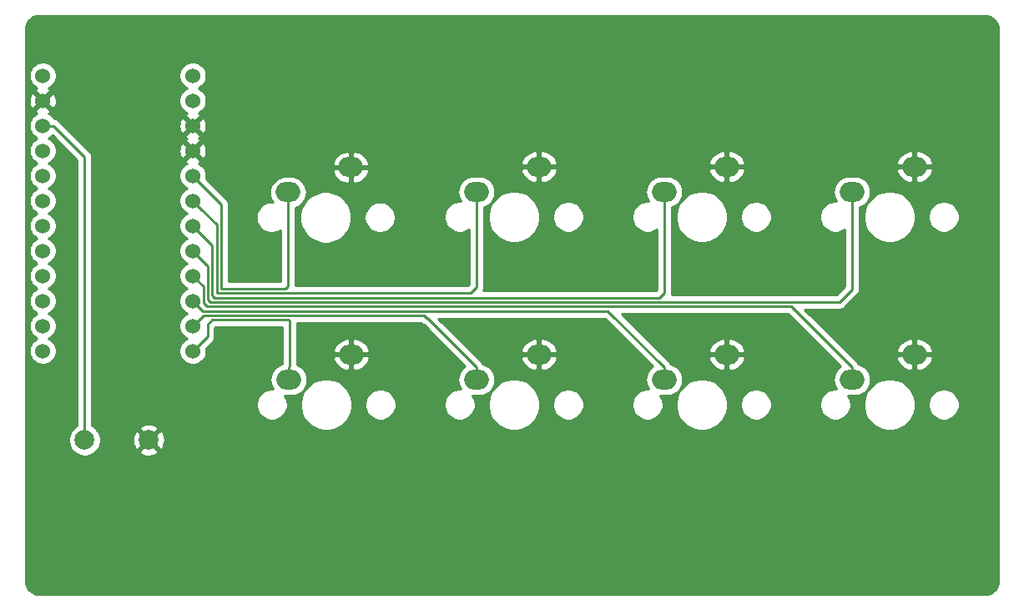
<source format=gbr>
G04 #@! TF.GenerationSoftware,KiCad,Pcbnew,(5.1.0)-1*
G04 #@! TF.CreationDate,2019-04-21T21:02:20+09:00*
G04 #@! TF.ProjectId,meishikbd,6d656973-6869-46b6-9264-2e6b69636164,rev?*
G04 #@! TF.SameCoordinates,Original*
G04 #@! TF.FileFunction,Copper,L1,Top*
G04 #@! TF.FilePolarity,Positive*
%FSLAX46Y46*%
G04 Gerber Fmt 4.6, Leading zero omitted, Abs format (unit mm)*
G04 Created by KiCad (PCBNEW (5.1.0)-1) date 2019-04-21 21:02:20*
%MOMM*%
%LPD*%
G04 APERTURE LIST*
%ADD10O,2.500000X2.000000*%
%ADD11C,1.524000*%
%ADD12C,2.000000*%
%ADD13C,0.250000*%
%ADD14C,0.254000*%
G04 APERTURE END LIST*
D10*
X67340000Y-87560000D03*
X73690000Y-85020000D03*
X86390000Y-68510000D03*
X92740000Y-65970000D03*
X92740000Y-85020000D03*
X86390000Y-87560000D03*
X105440000Y-68510000D03*
X111790000Y-65970000D03*
X105440000Y-87560000D03*
X111790000Y-85020000D03*
X124490000Y-68510000D03*
X130840000Y-65970000D03*
X130840000Y-85020000D03*
X124490000Y-87560000D03*
D11*
X57611400Y-56722000D03*
X57611400Y-59262000D03*
X57611400Y-61802000D03*
X57611400Y-64342000D03*
X57611400Y-66882000D03*
X57611400Y-69422000D03*
X57611400Y-71962000D03*
X57611400Y-74502000D03*
X57611400Y-77042000D03*
X57611400Y-79582000D03*
X57611400Y-82122000D03*
X57611400Y-84662000D03*
X42391400Y-84662000D03*
X42391400Y-82122000D03*
X42391400Y-79582000D03*
X42391400Y-77042000D03*
X42391400Y-74502000D03*
X42391400Y-71962000D03*
X42391400Y-69422000D03*
X42391400Y-66882000D03*
X42391400Y-64342000D03*
X42391400Y-61802000D03*
X42391400Y-59262000D03*
X42391400Y-56722000D03*
D10*
X73640000Y-66020000D03*
X67290000Y-68560000D03*
D12*
X53150000Y-93700000D03*
X46650000Y-93700000D03*
D13*
X46650000Y-92285787D02*
X46650000Y-93700000D01*
X46650000Y-64982970D02*
X46650000Y-92285787D01*
X43469030Y-61802000D02*
X46650000Y-64982970D01*
X42391400Y-61802000D02*
X43469030Y-61802000D01*
X58373399Y-67643999D02*
X57611400Y-66882000D01*
X67290000Y-68560000D02*
X67290000Y-78059970D01*
X67000000Y-78349970D02*
X60549970Y-78349970D01*
X60549970Y-78349970D02*
X60504730Y-78304730D01*
X60504730Y-78304730D02*
X60504730Y-69775330D01*
X67290000Y-78059970D02*
X67000000Y-78349970D01*
X60504730Y-69775330D02*
X58373399Y-67643999D01*
X67340000Y-86310000D02*
X67400000Y-86250000D01*
X67340000Y-87560000D02*
X67340000Y-86310000D01*
X67400000Y-81600000D02*
X67300040Y-81500040D01*
X67400000Y-86250000D02*
X67400000Y-81600000D01*
X59599960Y-81500040D02*
X59100000Y-82000000D01*
X67300040Y-81500040D02*
X59599960Y-81500040D01*
X59100000Y-83173400D02*
X57611400Y-84662000D01*
X59100000Y-82000000D02*
X59100000Y-83173400D01*
X58373399Y-70183999D02*
X57611400Y-69422000D01*
X60054720Y-71865320D02*
X58373399Y-70183999D01*
X60054720Y-78312310D02*
X60054720Y-71865320D01*
X86390000Y-68510000D02*
X86390000Y-78209980D01*
X86390000Y-78209980D02*
X85800000Y-78799980D01*
X85800000Y-78799980D02*
X60099980Y-78799980D01*
X60099980Y-78799980D02*
X60050030Y-78750030D01*
X60050030Y-78750030D02*
X60050030Y-78317000D01*
X60050030Y-78317000D02*
X60054720Y-78312310D01*
X86390000Y-87560000D02*
X86390000Y-86310000D01*
X86390000Y-86310000D02*
X81400000Y-81320000D01*
X81320000Y-81320000D02*
X81050030Y-81050030D01*
X81400000Y-81320000D02*
X81320000Y-81320000D01*
X58683370Y-81050030D02*
X57611400Y-82122000D01*
X81050030Y-81050030D02*
X58683370Y-81050030D01*
X58324700Y-72675300D02*
X57611400Y-71962000D01*
X59604710Y-73955310D02*
X58324700Y-72675300D01*
X59604710Y-78125910D02*
X59604710Y-73955310D01*
X105440000Y-68510000D02*
X105440000Y-78760000D01*
X105440000Y-78760000D02*
X104950010Y-79249990D01*
X104950010Y-79249990D02*
X59849990Y-79249990D01*
X59849990Y-79249990D02*
X59600020Y-79000020D01*
X59600020Y-79000020D02*
X59600020Y-78130600D01*
X59600020Y-78130600D02*
X59604710Y-78125910D01*
X105440000Y-86310000D02*
X99730020Y-80600020D01*
X105440000Y-87560000D02*
X105440000Y-86310000D01*
X58629420Y-80600020D02*
X57611400Y-79582000D01*
X99730020Y-80600020D02*
X58629420Y-80600020D01*
X60500000Y-79700000D02*
X59500000Y-79700000D01*
X124490000Y-78410000D02*
X123200000Y-79700000D01*
X124490000Y-68510000D02*
X124490000Y-78410000D01*
X59154700Y-77939510D02*
X59154700Y-76045300D01*
X59154700Y-76045300D02*
X58373399Y-75263999D01*
X58373399Y-75263999D02*
X57611400Y-74502000D01*
X59150010Y-77944200D02*
X59154700Y-77939510D01*
X59400020Y-79700000D02*
X59150010Y-79449990D01*
X60900000Y-79700000D02*
X59400020Y-79700000D01*
X59150010Y-79449990D02*
X59150010Y-77944200D01*
X60900000Y-79700000D02*
X60500000Y-79700000D01*
X123200000Y-79700000D02*
X60900000Y-79700000D01*
X58700000Y-78130600D02*
X57611400Y-77042000D01*
X58700000Y-79800000D02*
X58700000Y-78130600D01*
X59050010Y-80150010D02*
X58700000Y-79800000D01*
X118330010Y-80150010D02*
X59050010Y-80150010D01*
X124490000Y-86310000D02*
X118330010Y-80150010D01*
X124490000Y-87560000D02*
X124490000Y-86310000D01*
D14*
G36*
X138259659Y-50688625D02*
G01*
X138509429Y-50764035D01*
X138739792Y-50886522D01*
X138941980Y-51051422D01*
X139108286Y-51252450D01*
X139232378Y-51481954D01*
X139309531Y-51731195D01*
X139340000Y-52021088D01*
X139340001Y-107967711D01*
X139311375Y-108259660D01*
X139235965Y-108509429D01*
X139113477Y-108739794D01*
X138948579Y-108941979D01*
X138747546Y-109108288D01*
X138518046Y-109232378D01*
X138268805Y-109309531D01*
X137978911Y-109340000D01*
X42032279Y-109340000D01*
X41740340Y-109311375D01*
X41490571Y-109235965D01*
X41260206Y-109113477D01*
X41058021Y-108948579D01*
X40891712Y-108747546D01*
X40767622Y-108518046D01*
X40690469Y-108268805D01*
X40660000Y-107978911D01*
X40660000Y-61664408D01*
X40994400Y-61664408D01*
X40994400Y-61939592D01*
X41048086Y-62209490D01*
X41153395Y-62463727D01*
X41306280Y-62692535D01*
X41500865Y-62887120D01*
X41729673Y-63040005D01*
X41806915Y-63072000D01*
X41729673Y-63103995D01*
X41500865Y-63256880D01*
X41306280Y-63451465D01*
X41153395Y-63680273D01*
X41048086Y-63934510D01*
X40994400Y-64204408D01*
X40994400Y-64479592D01*
X41048086Y-64749490D01*
X41153395Y-65003727D01*
X41306280Y-65232535D01*
X41500865Y-65427120D01*
X41729673Y-65580005D01*
X41806915Y-65612000D01*
X41729673Y-65643995D01*
X41500865Y-65796880D01*
X41306280Y-65991465D01*
X41153395Y-66220273D01*
X41048086Y-66474510D01*
X40994400Y-66744408D01*
X40994400Y-67019592D01*
X41048086Y-67289490D01*
X41153395Y-67543727D01*
X41306280Y-67772535D01*
X41500865Y-67967120D01*
X41729673Y-68120005D01*
X41806915Y-68152000D01*
X41729673Y-68183995D01*
X41500865Y-68336880D01*
X41306280Y-68531465D01*
X41153395Y-68760273D01*
X41048086Y-69014510D01*
X40994400Y-69284408D01*
X40994400Y-69559592D01*
X41048086Y-69829490D01*
X41153395Y-70083727D01*
X41306280Y-70312535D01*
X41500865Y-70507120D01*
X41729673Y-70660005D01*
X41806915Y-70692000D01*
X41729673Y-70723995D01*
X41500865Y-70876880D01*
X41306280Y-71071465D01*
X41153395Y-71300273D01*
X41048086Y-71554510D01*
X40994400Y-71824408D01*
X40994400Y-72099592D01*
X41048086Y-72369490D01*
X41153395Y-72623727D01*
X41306280Y-72852535D01*
X41500865Y-73047120D01*
X41729673Y-73200005D01*
X41806915Y-73232000D01*
X41729673Y-73263995D01*
X41500865Y-73416880D01*
X41306280Y-73611465D01*
X41153395Y-73840273D01*
X41048086Y-74094510D01*
X40994400Y-74364408D01*
X40994400Y-74639592D01*
X41048086Y-74909490D01*
X41153395Y-75163727D01*
X41306280Y-75392535D01*
X41500865Y-75587120D01*
X41729673Y-75740005D01*
X41806915Y-75772000D01*
X41729673Y-75803995D01*
X41500865Y-75956880D01*
X41306280Y-76151465D01*
X41153395Y-76380273D01*
X41048086Y-76634510D01*
X40994400Y-76904408D01*
X40994400Y-77179592D01*
X41048086Y-77449490D01*
X41153395Y-77703727D01*
X41306280Y-77932535D01*
X41500865Y-78127120D01*
X41729673Y-78280005D01*
X41806915Y-78312000D01*
X41729673Y-78343995D01*
X41500865Y-78496880D01*
X41306280Y-78691465D01*
X41153395Y-78920273D01*
X41048086Y-79174510D01*
X40994400Y-79444408D01*
X40994400Y-79719592D01*
X41048086Y-79989490D01*
X41153395Y-80243727D01*
X41306280Y-80472535D01*
X41500865Y-80667120D01*
X41729673Y-80820005D01*
X41806915Y-80852000D01*
X41729673Y-80883995D01*
X41500865Y-81036880D01*
X41306280Y-81231465D01*
X41153395Y-81460273D01*
X41048086Y-81714510D01*
X40994400Y-81984408D01*
X40994400Y-82259592D01*
X41048086Y-82529490D01*
X41153395Y-82783727D01*
X41306280Y-83012535D01*
X41500865Y-83207120D01*
X41729673Y-83360005D01*
X41806915Y-83392000D01*
X41729673Y-83423995D01*
X41500865Y-83576880D01*
X41306280Y-83771465D01*
X41153395Y-84000273D01*
X41048086Y-84254510D01*
X40994400Y-84524408D01*
X40994400Y-84799592D01*
X41048086Y-85069490D01*
X41153395Y-85323727D01*
X41306280Y-85552535D01*
X41500865Y-85747120D01*
X41729673Y-85900005D01*
X41983910Y-86005314D01*
X42253808Y-86059000D01*
X42528992Y-86059000D01*
X42798890Y-86005314D01*
X43053127Y-85900005D01*
X43281935Y-85747120D01*
X43476520Y-85552535D01*
X43629405Y-85323727D01*
X43734714Y-85069490D01*
X43788400Y-84799592D01*
X43788400Y-84524408D01*
X43734714Y-84254510D01*
X43629405Y-84000273D01*
X43476520Y-83771465D01*
X43281935Y-83576880D01*
X43053127Y-83423995D01*
X42975885Y-83392000D01*
X43053127Y-83360005D01*
X43281935Y-83207120D01*
X43476520Y-83012535D01*
X43629405Y-82783727D01*
X43734714Y-82529490D01*
X43788400Y-82259592D01*
X43788400Y-81984408D01*
X43734714Y-81714510D01*
X43629405Y-81460273D01*
X43476520Y-81231465D01*
X43281935Y-81036880D01*
X43053127Y-80883995D01*
X42975885Y-80852000D01*
X43053127Y-80820005D01*
X43281935Y-80667120D01*
X43476520Y-80472535D01*
X43629405Y-80243727D01*
X43734714Y-79989490D01*
X43788400Y-79719592D01*
X43788400Y-79444408D01*
X43734714Y-79174510D01*
X43629405Y-78920273D01*
X43476520Y-78691465D01*
X43281935Y-78496880D01*
X43053127Y-78343995D01*
X42975885Y-78312000D01*
X43053127Y-78280005D01*
X43281935Y-78127120D01*
X43476520Y-77932535D01*
X43629405Y-77703727D01*
X43734714Y-77449490D01*
X43788400Y-77179592D01*
X43788400Y-76904408D01*
X43734714Y-76634510D01*
X43629405Y-76380273D01*
X43476520Y-76151465D01*
X43281935Y-75956880D01*
X43053127Y-75803995D01*
X42975885Y-75772000D01*
X43053127Y-75740005D01*
X43281935Y-75587120D01*
X43476520Y-75392535D01*
X43629405Y-75163727D01*
X43734714Y-74909490D01*
X43788400Y-74639592D01*
X43788400Y-74364408D01*
X43734714Y-74094510D01*
X43629405Y-73840273D01*
X43476520Y-73611465D01*
X43281935Y-73416880D01*
X43053127Y-73263995D01*
X42975885Y-73232000D01*
X43053127Y-73200005D01*
X43281935Y-73047120D01*
X43476520Y-72852535D01*
X43629405Y-72623727D01*
X43734714Y-72369490D01*
X43788400Y-72099592D01*
X43788400Y-71824408D01*
X43734714Y-71554510D01*
X43629405Y-71300273D01*
X43476520Y-71071465D01*
X43281935Y-70876880D01*
X43053127Y-70723995D01*
X42975885Y-70692000D01*
X43053127Y-70660005D01*
X43281935Y-70507120D01*
X43476520Y-70312535D01*
X43629405Y-70083727D01*
X43734714Y-69829490D01*
X43788400Y-69559592D01*
X43788400Y-69284408D01*
X43734714Y-69014510D01*
X43629405Y-68760273D01*
X43476520Y-68531465D01*
X43281935Y-68336880D01*
X43053127Y-68183995D01*
X42975885Y-68152000D01*
X43053127Y-68120005D01*
X43281935Y-67967120D01*
X43476520Y-67772535D01*
X43629405Y-67543727D01*
X43734714Y-67289490D01*
X43788400Y-67019592D01*
X43788400Y-66744408D01*
X43734714Y-66474510D01*
X43629405Y-66220273D01*
X43476520Y-65991465D01*
X43281935Y-65796880D01*
X43053127Y-65643995D01*
X42975885Y-65612000D01*
X43053127Y-65580005D01*
X43281935Y-65427120D01*
X43476520Y-65232535D01*
X43629405Y-65003727D01*
X43734714Y-64749490D01*
X43788400Y-64479592D01*
X43788400Y-64204408D01*
X43734714Y-63934510D01*
X43629405Y-63680273D01*
X43476520Y-63451465D01*
X43281935Y-63256880D01*
X43053127Y-63103995D01*
X42975885Y-63072000D01*
X43053127Y-63040005D01*
X43281935Y-62887120D01*
X43380642Y-62788413D01*
X45890000Y-65297772D01*
X45890001Y-92245091D01*
X45875537Y-92251082D01*
X45607748Y-92430013D01*
X45380013Y-92657748D01*
X45201082Y-92925537D01*
X45077832Y-93223088D01*
X45015000Y-93538967D01*
X45015000Y-93861033D01*
X45077832Y-94176912D01*
X45201082Y-94474463D01*
X45380013Y-94742252D01*
X45607748Y-94969987D01*
X45875537Y-95148918D01*
X46173088Y-95272168D01*
X46488967Y-95335000D01*
X46811033Y-95335000D01*
X47126912Y-95272168D01*
X47424463Y-95148918D01*
X47692252Y-94969987D01*
X47826826Y-94835413D01*
X52194192Y-94835413D01*
X52289956Y-95099814D01*
X52579571Y-95240704D01*
X52891108Y-95322384D01*
X53212595Y-95341718D01*
X53531675Y-95297961D01*
X53836088Y-95192795D01*
X54010044Y-95099814D01*
X54105808Y-94835413D01*
X53150000Y-93879605D01*
X52194192Y-94835413D01*
X47826826Y-94835413D01*
X47919987Y-94742252D01*
X48098918Y-94474463D01*
X48222168Y-94176912D01*
X48285000Y-93861033D01*
X48285000Y-93762595D01*
X51508282Y-93762595D01*
X51552039Y-94081675D01*
X51657205Y-94386088D01*
X51750186Y-94560044D01*
X52014587Y-94655808D01*
X52970395Y-93700000D01*
X53329605Y-93700000D01*
X54285413Y-94655808D01*
X54549814Y-94560044D01*
X54690704Y-94270429D01*
X54772384Y-93958892D01*
X54791718Y-93637405D01*
X54747961Y-93318325D01*
X54642795Y-93013912D01*
X54549814Y-92839956D01*
X54285413Y-92744192D01*
X53329605Y-93700000D01*
X52970395Y-93700000D01*
X52014587Y-92744192D01*
X51750186Y-92839956D01*
X51609296Y-93129571D01*
X51527616Y-93441108D01*
X51508282Y-93762595D01*
X48285000Y-93762595D01*
X48285000Y-93538967D01*
X48222168Y-93223088D01*
X48098918Y-92925537D01*
X47919987Y-92657748D01*
X47826826Y-92564587D01*
X52194192Y-92564587D01*
X53150000Y-93520395D01*
X54105808Y-92564587D01*
X54010044Y-92300186D01*
X53720429Y-92159296D01*
X53408892Y-92077616D01*
X53087405Y-92058282D01*
X52768325Y-92102039D01*
X52463912Y-92207205D01*
X52289956Y-92300186D01*
X52194192Y-92564587D01*
X47826826Y-92564587D01*
X47692252Y-92430013D01*
X47424463Y-92251082D01*
X47410000Y-92245091D01*
X47410000Y-66744408D01*
X56214400Y-66744408D01*
X56214400Y-67019592D01*
X56268086Y-67289490D01*
X56373395Y-67543727D01*
X56526280Y-67772535D01*
X56720865Y-67967120D01*
X56949673Y-68120005D01*
X57026915Y-68152000D01*
X56949673Y-68183995D01*
X56720865Y-68336880D01*
X56526280Y-68531465D01*
X56373395Y-68760273D01*
X56268086Y-69014510D01*
X56214400Y-69284408D01*
X56214400Y-69559592D01*
X56268086Y-69829490D01*
X56373395Y-70083727D01*
X56526280Y-70312535D01*
X56720865Y-70507120D01*
X56949673Y-70660005D01*
X57026915Y-70692000D01*
X56949673Y-70723995D01*
X56720865Y-70876880D01*
X56526280Y-71071465D01*
X56373395Y-71300273D01*
X56268086Y-71554510D01*
X56214400Y-71824408D01*
X56214400Y-72099592D01*
X56268086Y-72369490D01*
X56373395Y-72623727D01*
X56526280Y-72852535D01*
X56720865Y-73047120D01*
X56949673Y-73200005D01*
X57026915Y-73232000D01*
X56949673Y-73263995D01*
X56720865Y-73416880D01*
X56526280Y-73611465D01*
X56373395Y-73840273D01*
X56268086Y-74094510D01*
X56214400Y-74364408D01*
X56214400Y-74639592D01*
X56268086Y-74909490D01*
X56373395Y-75163727D01*
X56526280Y-75392535D01*
X56720865Y-75587120D01*
X56949673Y-75740005D01*
X57026915Y-75772000D01*
X56949673Y-75803995D01*
X56720865Y-75956880D01*
X56526280Y-76151465D01*
X56373395Y-76380273D01*
X56268086Y-76634510D01*
X56214400Y-76904408D01*
X56214400Y-77179592D01*
X56268086Y-77449490D01*
X56373395Y-77703727D01*
X56526280Y-77932535D01*
X56720865Y-78127120D01*
X56949673Y-78280005D01*
X57026915Y-78312000D01*
X56949673Y-78343995D01*
X56720865Y-78496880D01*
X56526280Y-78691465D01*
X56373395Y-78920273D01*
X56268086Y-79174510D01*
X56214400Y-79444408D01*
X56214400Y-79719592D01*
X56268086Y-79989490D01*
X56373395Y-80243727D01*
X56526280Y-80472535D01*
X56720865Y-80667120D01*
X56949673Y-80820005D01*
X57026915Y-80852000D01*
X56949673Y-80883995D01*
X56720865Y-81036880D01*
X56526280Y-81231465D01*
X56373395Y-81460273D01*
X56268086Y-81714510D01*
X56214400Y-81984408D01*
X56214400Y-82259592D01*
X56268086Y-82529490D01*
X56373395Y-82783727D01*
X56526280Y-83012535D01*
X56720865Y-83207120D01*
X56949673Y-83360005D01*
X57026915Y-83392000D01*
X56949673Y-83423995D01*
X56720865Y-83576880D01*
X56526280Y-83771465D01*
X56373395Y-84000273D01*
X56268086Y-84254510D01*
X56214400Y-84524408D01*
X56214400Y-84799592D01*
X56268086Y-85069490D01*
X56373395Y-85323727D01*
X56526280Y-85552535D01*
X56720865Y-85747120D01*
X56949673Y-85900005D01*
X57203910Y-86005314D01*
X57473808Y-86059000D01*
X57748992Y-86059000D01*
X58018890Y-86005314D01*
X58273127Y-85900005D01*
X58501935Y-85747120D01*
X58696520Y-85552535D01*
X58849405Y-85323727D01*
X58954714Y-85069490D01*
X59008400Y-84799592D01*
X59008400Y-84524408D01*
X58977772Y-84370430D01*
X59611003Y-83737199D01*
X59640001Y-83713401D01*
X59734974Y-83597676D01*
X59805546Y-83465647D01*
X59849003Y-83322386D01*
X59860000Y-83210733D01*
X59860000Y-83210724D01*
X59863676Y-83173401D01*
X59860000Y-83136078D01*
X59860000Y-82314801D01*
X59914761Y-82260040D01*
X66640001Y-82260040D01*
X66640000Y-85987935D01*
X66461285Y-86042148D01*
X66177248Y-86193969D01*
X65928286Y-86398286D01*
X65723969Y-86647248D01*
X65572148Y-86931285D01*
X65478657Y-87239484D01*
X65447089Y-87560000D01*
X65478657Y-87880516D01*
X65572148Y-88188715D01*
X65723969Y-88472752D01*
X65758641Y-88515000D01*
X65493891Y-88515000D01*
X65187673Y-88575911D01*
X64899221Y-88695391D01*
X64639621Y-88868850D01*
X64418850Y-89089621D01*
X64245391Y-89349221D01*
X64125911Y-89637673D01*
X64065000Y-89943891D01*
X64065000Y-90256109D01*
X64125911Y-90562327D01*
X64245391Y-90850779D01*
X64418850Y-91110379D01*
X64639621Y-91331150D01*
X64899221Y-91504609D01*
X65187673Y-91624089D01*
X65493891Y-91685000D01*
X65806109Y-91685000D01*
X66112327Y-91624089D01*
X66400779Y-91504609D01*
X66660379Y-91331150D01*
X66881150Y-91110379D01*
X67054609Y-90850779D01*
X67174089Y-90562327D01*
X67235000Y-90256109D01*
X67235000Y-89943891D01*
X67214430Y-89840475D01*
X68515000Y-89840475D01*
X68515000Y-90359525D01*
X68616261Y-90868601D01*
X68814893Y-91348141D01*
X69103262Y-91779715D01*
X69470285Y-92146738D01*
X69901859Y-92435107D01*
X70381399Y-92633739D01*
X70890475Y-92735000D01*
X71409525Y-92735000D01*
X71918601Y-92633739D01*
X72398141Y-92435107D01*
X72829715Y-92146738D01*
X73196738Y-91779715D01*
X73485107Y-91348141D01*
X73683739Y-90868601D01*
X73785000Y-90359525D01*
X73785000Y-89943891D01*
X75065000Y-89943891D01*
X75065000Y-90256109D01*
X75125911Y-90562327D01*
X75245391Y-90850779D01*
X75418850Y-91110379D01*
X75639621Y-91331150D01*
X75899221Y-91504609D01*
X76187673Y-91624089D01*
X76493891Y-91685000D01*
X76806109Y-91685000D01*
X77112327Y-91624089D01*
X77400779Y-91504609D01*
X77660379Y-91331150D01*
X77881150Y-91110379D01*
X78054609Y-90850779D01*
X78174089Y-90562327D01*
X78235000Y-90256109D01*
X78235000Y-89943891D01*
X78174089Y-89637673D01*
X78054609Y-89349221D01*
X77881150Y-89089621D01*
X77660379Y-88868850D01*
X77400779Y-88695391D01*
X77112327Y-88575911D01*
X76806109Y-88515000D01*
X76493891Y-88515000D01*
X76187673Y-88575911D01*
X75899221Y-88695391D01*
X75639621Y-88868850D01*
X75418850Y-89089621D01*
X75245391Y-89349221D01*
X75125911Y-89637673D01*
X75065000Y-89943891D01*
X73785000Y-89943891D01*
X73785000Y-89840475D01*
X73683739Y-89331399D01*
X73485107Y-88851859D01*
X73196738Y-88420285D01*
X72829715Y-88053262D01*
X72398141Y-87764893D01*
X71918601Y-87566261D01*
X71409525Y-87465000D01*
X70890475Y-87465000D01*
X70381399Y-87566261D01*
X69901859Y-87764893D01*
X69470285Y-88053262D01*
X69103262Y-88420285D01*
X68814893Y-88851859D01*
X68616261Y-89331399D01*
X68515000Y-89840475D01*
X67214430Y-89840475D01*
X67174089Y-89637673D01*
X67054609Y-89349221D01*
X66947468Y-89188873D01*
X67009678Y-89195000D01*
X67670322Y-89195000D01*
X67910516Y-89171343D01*
X68218715Y-89077852D01*
X68502752Y-88926031D01*
X68751714Y-88721714D01*
X68956031Y-88472752D01*
X69107852Y-88188715D01*
X69201343Y-87880516D01*
X69232911Y-87560000D01*
X69201343Y-87239484D01*
X69107852Y-86931285D01*
X68956031Y-86647248D01*
X68751714Y-86398286D01*
X68502752Y-86193969D01*
X68218715Y-86042148D01*
X68160000Y-86024337D01*
X68160000Y-85400434D01*
X71849876Y-85400434D01*
X71874256Y-85522398D01*
X72002354Y-85818206D01*
X72185700Y-86083340D01*
X72417248Y-86307610D01*
X72688100Y-86482398D01*
X72987847Y-86600987D01*
X73304970Y-86658819D01*
X73563000Y-86501016D01*
X73563000Y-85147000D01*
X73817000Y-85147000D01*
X73817000Y-86501016D01*
X74075030Y-86658819D01*
X74392153Y-86600987D01*
X74691900Y-86482398D01*
X74962752Y-86307610D01*
X75194300Y-86083340D01*
X75377646Y-85818206D01*
X75505744Y-85522398D01*
X75530124Y-85400434D01*
X75410777Y-85147000D01*
X73817000Y-85147000D01*
X73563000Y-85147000D01*
X71969223Y-85147000D01*
X71849876Y-85400434D01*
X68160000Y-85400434D01*
X68160000Y-84639566D01*
X71849876Y-84639566D01*
X71969223Y-84893000D01*
X73563000Y-84893000D01*
X73563000Y-83538984D01*
X73817000Y-83538984D01*
X73817000Y-84893000D01*
X75410777Y-84893000D01*
X75530124Y-84639566D01*
X75505744Y-84517602D01*
X75377646Y-84221794D01*
X75194300Y-83956660D01*
X74962752Y-83732390D01*
X74691900Y-83557602D01*
X74392153Y-83439013D01*
X74075030Y-83381181D01*
X73817000Y-83538984D01*
X73563000Y-83538984D01*
X73304970Y-83381181D01*
X72987847Y-83439013D01*
X72688100Y-83557602D01*
X72417248Y-83732390D01*
X72185700Y-83956660D01*
X72002354Y-84221794D01*
X71874256Y-84517602D01*
X71849876Y-84639566D01*
X68160000Y-84639566D01*
X68160000Y-81810030D01*
X80735229Y-81810030D01*
X80756196Y-81830997D01*
X80779999Y-81860001D01*
X80895724Y-81954974D01*
X81027753Y-82025546D01*
X81032048Y-82026849D01*
X85211825Y-86206627D01*
X84978286Y-86398286D01*
X84773969Y-86647248D01*
X84622148Y-86931285D01*
X84528657Y-87239484D01*
X84497089Y-87560000D01*
X84528657Y-87880516D01*
X84622148Y-88188715D01*
X84773969Y-88472752D01*
X84808641Y-88515000D01*
X84543891Y-88515000D01*
X84237673Y-88575911D01*
X83949221Y-88695391D01*
X83689621Y-88868850D01*
X83468850Y-89089621D01*
X83295391Y-89349221D01*
X83175911Y-89637673D01*
X83115000Y-89943891D01*
X83115000Y-90256109D01*
X83175911Y-90562327D01*
X83295391Y-90850779D01*
X83468850Y-91110379D01*
X83689621Y-91331150D01*
X83949221Y-91504609D01*
X84237673Y-91624089D01*
X84543891Y-91685000D01*
X84856109Y-91685000D01*
X85162327Y-91624089D01*
X85450779Y-91504609D01*
X85710379Y-91331150D01*
X85931150Y-91110379D01*
X86104609Y-90850779D01*
X86224089Y-90562327D01*
X86285000Y-90256109D01*
X86285000Y-89943891D01*
X86264430Y-89840475D01*
X87565000Y-89840475D01*
X87565000Y-90359525D01*
X87666261Y-90868601D01*
X87864893Y-91348141D01*
X88153262Y-91779715D01*
X88520285Y-92146738D01*
X88951859Y-92435107D01*
X89431399Y-92633739D01*
X89940475Y-92735000D01*
X90459525Y-92735000D01*
X90968601Y-92633739D01*
X91448141Y-92435107D01*
X91879715Y-92146738D01*
X92246738Y-91779715D01*
X92535107Y-91348141D01*
X92733739Y-90868601D01*
X92835000Y-90359525D01*
X92835000Y-89943891D01*
X94115000Y-89943891D01*
X94115000Y-90256109D01*
X94175911Y-90562327D01*
X94295391Y-90850779D01*
X94468850Y-91110379D01*
X94689621Y-91331150D01*
X94949221Y-91504609D01*
X95237673Y-91624089D01*
X95543891Y-91685000D01*
X95856109Y-91685000D01*
X96162327Y-91624089D01*
X96450779Y-91504609D01*
X96710379Y-91331150D01*
X96931150Y-91110379D01*
X97104609Y-90850779D01*
X97224089Y-90562327D01*
X97285000Y-90256109D01*
X97285000Y-89943891D01*
X97224089Y-89637673D01*
X97104609Y-89349221D01*
X96931150Y-89089621D01*
X96710379Y-88868850D01*
X96450779Y-88695391D01*
X96162327Y-88575911D01*
X95856109Y-88515000D01*
X95543891Y-88515000D01*
X95237673Y-88575911D01*
X94949221Y-88695391D01*
X94689621Y-88868850D01*
X94468850Y-89089621D01*
X94295391Y-89349221D01*
X94175911Y-89637673D01*
X94115000Y-89943891D01*
X92835000Y-89943891D01*
X92835000Y-89840475D01*
X92733739Y-89331399D01*
X92535107Y-88851859D01*
X92246738Y-88420285D01*
X91879715Y-88053262D01*
X91448141Y-87764893D01*
X90968601Y-87566261D01*
X90459525Y-87465000D01*
X89940475Y-87465000D01*
X89431399Y-87566261D01*
X88951859Y-87764893D01*
X88520285Y-88053262D01*
X88153262Y-88420285D01*
X87864893Y-88851859D01*
X87666261Y-89331399D01*
X87565000Y-89840475D01*
X86264430Y-89840475D01*
X86224089Y-89637673D01*
X86104609Y-89349221D01*
X85997468Y-89188873D01*
X86059678Y-89195000D01*
X86720322Y-89195000D01*
X86960516Y-89171343D01*
X87268715Y-89077852D01*
X87552752Y-88926031D01*
X87801714Y-88721714D01*
X88006031Y-88472752D01*
X88157852Y-88188715D01*
X88251343Y-87880516D01*
X88282911Y-87560000D01*
X88251343Y-87239484D01*
X88157852Y-86931285D01*
X88006031Y-86647248D01*
X87801714Y-86398286D01*
X87552752Y-86193969D01*
X87268715Y-86042148D01*
X87077597Y-85984173D01*
X87024974Y-85885724D01*
X86930001Y-85769999D01*
X86901003Y-85746201D01*
X86555236Y-85400434D01*
X90899876Y-85400434D01*
X90924256Y-85522398D01*
X91052354Y-85818206D01*
X91235700Y-86083340D01*
X91467248Y-86307610D01*
X91738100Y-86482398D01*
X92037847Y-86600987D01*
X92354970Y-86658819D01*
X92613000Y-86501016D01*
X92613000Y-85147000D01*
X92867000Y-85147000D01*
X92867000Y-86501016D01*
X93125030Y-86658819D01*
X93442153Y-86600987D01*
X93741900Y-86482398D01*
X94012752Y-86307610D01*
X94244300Y-86083340D01*
X94427646Y-85818206D01*
X94555744Y-85522398D01*
X94580124Y-85400434D01*
X94460777Y-85147000D01*
X92867000Y-85147000D01*
X92613000Y-85147000D01*
X91019223Y-85147000D01*
X90899876Y-85400434D01*
X86555236Y-85400434D01*
X85794368Y-84639566D01*
X90899876Y-84639566D01*
X91019223Y-84893000D01*
X92613000Y-84893000D01*
X92613000Y-83538984D01*
X92867000Y-83538984D01*
X92867000Y-84893000D01*
X94460777Y-84893000D01*
X94580124Y-84639566D01*
X94555744Y-84517602D01*
X94427646Y-84221794D01*
X94244300Y-83956660D01*
X94012752Y-83732390D01*
X93741900Y-83557602D01*
X93442153Y-83439013D01*
X93125030Y-83381181D01*
X92867000Y-83538984D01*
X92613000Y-83538984D01*
X92354970Y-83381181D01*
X92037847Y-83439013D01*
X91738100Y-83557602D01*
X91467248Y-83732390D01*
X91235700Y-83956660D01*
X91052354Y-84221794D01*
X90924256Y-84517602D01*
X90899876Y-84639566D01*
X85794368Y-84639566D01*
X82514821Y-81360020D01*
X99415219Y-81360020D01*
X104261825Y-86206627D01*
X104028286Y-86398286D01*
X103823969Y-86647248D01*
X103672148Y-86931285D01*
X103578657Y-87239484D01*
X103547089Y-87560000D01*
X103578657Y-87880516D01*
X103672148Y-88188715D01*
X103823969Y-88472752D01*
X103858641Y-88515000D01*
X103593891Y-88515000D01*
X103287673Y-88575911D01*
X102999221Y-88695391D01*
X102739621Y-88868850D01*
X102518850Y-89089621D01*
X102345391Y-89349221D01*
X102225911Y-89637673D01*
X102165000Y-89943891D01*
X102165000Y-90256109D01*
X102225911Y-90562327D01*
X102345391Y-90850779D01*
X102518850Y-91110379D01*
X102739621Y-91331150D01*
X102999221Y-91504609D01*
X103287673Y-91624089D01*
X103593891Y-91685000D01*
X103906109Y-91685000D01*
X104212327Y-91624089D01*
X104500779Y-91504609D01*
X104760379Y-91331150D01*
X104981150Y-91110379D01*
X105154609Y-90850779D01*
X105274089Y-90562327D01*
X105335000Y-90256109D01*
X105335000Y-89943891D01*
X105314430Y-89840475D01*
X106615000Y-89840475D01*
X106615000Y-90359525D01*
X106716261Y-90868601D01*
X106914893Y-91348141D01*
X107203262Y-91779715D01*
X107570285Y-92146738D01*
X108001859Y-92435107D01*
X108481399Y-92633739D01*
X108990475Y-92735000D01*
X109509525Y-92735000D01*
X110018601Y-92633739D01*
X110498141Y-92435107D01*
X110929715Y-92146738D01*
X111296738Y-91779715D01*
X111585107Y-91348141D01*
X111783739Y-90868601D01*
X111885000Y-90359525D01*
X111885000Y-89943891D01*
X113165000Y-89943891D01*
X113165000Y-90256109D01*
X113225911Y-90562327D01*
X113345391Y-90850779D01*
X113518850Y-91110379D01*
X113739621Y-91331150D01*
X113999221Y-91504609D01*
X114287673Y-91624089D01*
X114593891Y-91685000D01*
X114906109Y-91685000D01*
X115212327Y-91624089D01*
X115500779Y-91504609D01*
X115760379Y-91331150D01*
X115981150Y-91110379D01*
X116154609Y-90850779D01*
X116274089Y-90562327D01*
X116335000Y-90256109D01*
X116335000Y-89943891D01*
X116274089Y-89637673D01*
X116154609Y-89349221D01*
X115981150Y-89089621D01*
X115760379Y-88868850D01*
X115500779Y-88695391D01*
X115212327Y-88575911D01*
X114906109Y-88515000D01*
X114593891Y-88515000D01*
X114287673Y-88575911D01*
X113999221Y-88695391D01*
X113739621Y-88868850D01*
X113518850Y-89089621D01*
X113345391Y-89349221D01*
X113225911Y-89637673D01*
X113165000Y-89943891D01*
X111885000Y-89943891D01*
X111885000Y-89840475D01*
X111783739Y-89331399D01*
X111585107Y-88851859D01*
X111296738Y-88420285D01*
X110929715Y-88053262D01*
X110498141Y-87764893D01*
X110018601Y-87566261D01*
X109509525Y-87465000D01*
X108990475Y-87465000D01*
X108481399Y-87566261D01*
X108001859Y-87764893D01*
X107570285Y-88053262D01*
X107203262Y-88420285D01*
X106914893Y-88851859D01*
X106716261Y-89331399D01*
X106615000Y-89840475D01*
X105314430Y-89840475D01*
X105274089Y-89637673D01*
X105154609Y-89349221D01*
X105047468Y-89188873D01*
X105109678Y-89195000D01*
X105770322Y-89195000D01*
X106010516Y-89171343D01*
X106318715Y-89077852D01*
X106602752Y-88926031D01*
X106851714Y-88721714D01*
X107056031Y-88472752D01*
X107207852Y-88188715D01*
X107301343Y-87880516D01*
X107332911Y-87560000D01*
X107301343Y-87239484D01*
X107207852Y-86931285D01*
X107056031Y-86647248D01*
X106851714Y-86398286D01*
X106602752Y-86193969D01*
X106318715Y-86042148D01*
X106127597Y-85984173D01*
X106074974Y-85885723D01*
X106003799Y-85798997D01*
X106003798Y-85798996D01*
X105980001Y-85769999D01*
X105951003Y-85746201D01*
X105605236Y-85400434D01*
X109949876Y-85400434D01*
X109974256Y-85522398D01*
X110102354Y-85818206D01*
X110285700Y-86083340D01*
X110517248Y-86307610D01*
X110788100Y-86482398D01*
X111087847Y-86600987D01*
X111404970Y-86658819D01*
X111663000Y-86501016D01*
X111663000Y-85147000D01*
X111917000Y-85147000D01*
X111917000Y-86501016D01*
X112175030Y-86658819D01*
X112492153Y-86600987D01*
X112791900Y-86482398D01*
X113062752Y-86307610D01*
X113294300Y-86083340D01*
X113477646Y-85818206D01*
X113605744Y-85522398D01*
X113630124Y-85400434D01*
X113510777Y-85147000D01*
X111917000Y-85147000D01*
X111663000Y-85147000D01*
X110069223Y-85147000D01*
X109949876Y-85400434D01*
X105605236Y-85400434D01*
X104844368Y-84639566D01*
X109949876Y-84639566D01*
X110069223Y-84893000D01*
X111663000Y-84893000D01*
X111663000Y-83538984D01*
X111917000Y-83538984D01*
X111917000Y-84893000D01*
X113510777Y-84893000D01*
X113630124Y-84639566D01*
X113605744Y-84517602D01*
X113477646Y-84221794D01*
X113294300Y-83956660D01*
X113062752Y-83732390D01*
X112791900Y-83557602D01*
X112492153Y-83439013D01*
X112175030Y-83381181D01*
X111917000Y-83538984D01*
X111663000Y-83538984D01*
X111404970Y-83381181D01*
X111087847Y-83439013D01*
X110788100Y-83557602D01*
X110517248Y-83732390D01*
X110285700Y-83956660D01*
X110102354Y-84221794D01*
X109974256Y-84517602D01*
X109949876Y-84639566D01*
X104844368Y-84639566D01*
X101114811Y-80910010D01*
X118015209Y-80910010D01*
X123311824Y-86206627D01*
X123078286Y-86398286D01*
X122873969Y-86647248D01*
X122722148Y-86931285D01*
X122628657Y-87239484D01*
X122597089Y-87560000D01*
X122628657Y-87880516D01*
X122722148Y-88188715D01*
X122873969Y-88472752D01*
X122908641Y-88515000D01*
X122643891Y-88515000D01*
X122337673Y-88575911D01*
X122049221Y-88695391D01*
X121789621Y-88868850D01*
X121568850Y-89089621D01*
X121395391Y-89349221D01*
X121275911Y-89637673D01*
X121215000Y-89943891D01*
X121215000Y-90256109D01*
X121275911Y-90562327D01*
X121395391Y-90850779D01*
X121568850Y-91110379D01*
X121789621Y-91331150D01*
X122049221Y-91504609D01*
X122337673Y-91624089D01*
X122643891Y-91685000D01*
X122956109Y-91685000D01*
X123262327Y-91624089D01*
X123550779Y-91504609D01*
X123810379Y-91331150D01*
X124031150Y-91110379D01*
X124204609Y-90850779D01*
X124324089Y-90562327D01*
X124385000Y-90256109D01*
X124385000Y-89943891D01*
X124364430Y-89840475D01*
X125665000Y-89840475D01*
X125665000Y-90359525D01*
X125766261Y-90868601D01*
X125964893Y-91348141D01*
X126253262Y-91779715D01*
X126620285Y-92146738D01*
X127051859Y-92435107D01*
X127531399Y-92633739D01*
X128040475Y-92735000D01*
X128559525Y-92735000D01*
X129068601Y-92633739D01*
X129548141Y-92435107D01*
X129979715Y-92146738D01*
X130346738Y-91779715D01*
X130635107Y-91348141D01*
X130833739Y-90868601D01*
X130935000Y-90359525D01*
X130935000Y-89943891D01*
X132215000Y-89943891D01*
X132215000Y-90256109D01*
X132275911Y-90562327D01*
X132395391Y-90850779D01*
X132568850Y-91110379D01*
X132789621Y-91331150D01*
X133049221Y-91504609D01*
X133337673Y-91624089D01*
X133643891Y-91685000D01*
X133956109Y-91685000D01*
X134262327Y-91624089D01*
X134550779Y-91504609D01*
X134810379Y-91331150D01*
X135031150Y-91110379D01*
X135204609Y-90850779D01*
X135324089Y-90562327D01*
X135385000Y-90256109D01*
X135385000Y-89943891D01*
X135324089Y-89637673D01*
X135204609Y-89349221D01*
X135031150Y-89089621D01*
X134810379Y-88868850D01*
X134550779Y-88695391D01*
X134262327Y-88575911D01*
X133956109Y-88515000D01*
X133643891Y-88515000D01*
X133337673Y-88575911D01*
X133049221Y-88695391D01*
X132789621Y-88868850D01*
X132568850Y-89089621D01*
X132395391Y-89349221D01*
X132275911Y-89637673D01*
X132215000Y-89943891D01*
X130935000Y-89943891D01*
X130935000Y-89840475D01*
X130833739Y-89331399D01*
X130635107Y-88851859D01*
X130346738Y-88420285D01*
X129979715Y-88053262D01*
X129548141Y-87764893D01*
X129068601Y-87566261D01*
X128559525Y-87465000D01*
X128040475Y-87465000D01*
X127531399Y-87566261D01*
X127051859Y-87764893D01*
X126620285Y-88053262D01*
X126253262Y-88420285D01*
X125964893Y-88851859D01*
X125766261Y-89331399D01*
X125665000Y-89840475D01*
X124364430Y-89840475D01*
X124324089Y-89637673D01*
X124204609Y-89349221D01*
X124097468Y-89188873D01*
X124159678Y-89195000D01*
X124820322Y-89195000D01*
X125060516Y-89171343D01*
X125368715Y-89077852D01*
X125652752Y-88926031D01*
X125901714Y-88721714D01*
X126106031Y-88472752D01*
X126257852Y-88188715D01*
X126351343Y-87880516D01*
X126382911Y-87560000D01*
X126351343Y-87239484D01*
X126257852Y-86931285D01*
X126106031Y-86647248D01*
X125901714Y-86398286D01*
X125652752Y-86193969D01*
X125368715Y-86042148D01*
X125177597Y-85984173D01*
X125124974Y-85885724D01*
X125111811Y-85869685D01*
X125053799Y-85798996D01*
X125053795Y-85798992D01*
X125030001Y-85769999D01*
X125001008Y-85746205D01*
X124655237Y-85400434D01*
X128999876Y-85400434D01*
X129024256Y-85522398D01*
X129152354Y-85818206D01*
X129335700Y-86083340D01*
X129567248Y-86307610D01*
X129838100Y-86482398D01*
X130137847Y-86600987D01*
X130454970Y-86658819D01*
X130713000Y-86501016D01*
X130713000Y-85147000D01*
X130967000Y-85147000D01*
X130967000Y-86501016D01*
X131225030Y-86658819D01*
X131542153Y-86600987D01*
X131841900Y-86482398D01*
X132112752Y-86307610D01*
X132344300Y-86083340D01*
X132527646Y-85818206D01*
X132655744Y-85522398D01*
X132680124Y-85400434D01*
X132560777Y-85147000D01*
X130967000Y-85147000D01*
X130713000Y-85147000D01*
X129119223Y-85147000D01*
X128999876Y-85400434D01*
X124655237Y-85400434D01*
X123894369Y-84639566D01*
X128999876Y-84639566D01*
X129119223Y-84893000D01*
X130713000Y-84893000D01*
X130713000Y-83538984D01*
X130967000Y-83538984D01*
X130967000Y-84893000D01*
X132560777Y-84893000D01*
X132680124Y-84639566D01*
X132655744Y-84517602D01*
X132527646Y-84221794D01*
X132344300Y-83956660D01*
X132112752Y-83732390D01*
X131841900Y-83557602D01*
X131542153Y-83439013D01*
X131225030Y-83381181D01*
X130967000Y-83538984D01*
X130713000Y-83538984D01*
X130454970Y-83381181D01*
X130137847Y-83439013D01*
X129838100Y-83557602D01*
X129567248Y-83732390D01*
X129335700Y-83956660D01*
X129152354Y-84221794D01*
X129024256Y-84517602D01*
X128999876Y-84639566D01*
X123894369Y-84639566D01*
X119714801Y-80460000D01*
X123162678Y-80460000D01*
X123200000Y-80463676D01*
X123237322Y-80460000D01*
X123237333Y-80460000D01*
X123348986Y-80449003D01*
X123492247Y-80405546D01*
X123624276Y-80334974D01*
X123740001Y-80240001D01*
X123763803Y-80210998D01*
X125001008Y-78973795D01*
X125030001Y-78950001D01*
X125053795Y-78921008D01*
X125053799Y-78921004D01*
X125124973Y-78834277D01*
X125126481Y-78831456D01*
X125195546Y-78702247D01*
X125239003Y-78558986D01*
X125250000Y-78447333D01*
X125250000Y-78447324D01*
X125253676Y-78410001D01*
X125250000Y-78372678D01*
X125250000Y-70790475D01*
X125665000Y-70790475D01*
X125665000Y-71309525D01*
X125766261Y-71818601D01*
X125964893Y-72298141D01*
X126253262Y-72729715D01*
X126620285Y-73096738D01*
X127051859Y-73385107D01*
X127531399Y-73583739D01*
X128040475Y-73685000D01*
X128559525Y-73685000D01*
X129068601Y-73583739D01*
X129548141Y-73385107D01*
X129979715Y-73096738D01*
X130346738Y-72729715D01*
X130635107Y-72298141D01*
X130833739Y-71818601D01*
X130935000Y-71309525D01*
X130935000Y-70893891D01*
X132215000Y-70893891D01*
X132215000Y-71206109D01*
X132275911Y-71512327D01*
X132395391Y-71800779D01*
X132568850Y-72060379D01*
X132789621Y-72281150D01*
X133049221Y-72454609D01*
X133337673Y-72574089D01*
X133643891Y-72635000D01*
X133956109Y-72635000D01*
X134262327Y-72574089D01*
X134550779Y-72454609D01*
X134810379Y-72281150D01*
X135031150Y-72060379D01*
X135204609Y-71800779D01*
X135324089Y-71512327D01*
X135385000Y-71206109D01*
X135385000Y-70893891D01*
X135324089Y-70587673D01*
X135204609Y-70299221D01*
X135031150Y-70039621D01*
X134810379Y-69818850D01*
X134550779Y-69645391D01*
X134262327Y-69525911D01*
X133956109Y-69465000D01*
X133643891Y-69465000D01*
X133337673Y-69525911D01*
X133049221Y-69645391D01*
X132789621Y-69818850D01*
X132568850Y-70039621D01*
X132395391Y-70299221D01*
X132275911Y-70587673D01*
X132215000Y-70893891D01*
X130935000Y-70893891D01*
X130935000Y-70790475D01*
X130833739Y-70281399D01*
X130635107Y-69801859D01*
X130346738Y-69370285D01*
X129979715Y-69003262D01*
X129548141Y-68714893D01*
X129068601Y-68516261D01*
X128559525Y-68415000D01*
X128040475Y-68415000D01*
X127531399Y-68516261D01*
X127051859Y-68714893D01*
X126620285Y-69003262D01*
X126253262Y-69370285D01*
X125964893Y-69801859D01*
X125766261Y-70281399D01*
X125665000Y-70790475D01*
X125250000Y-70790475D01*
X125250000Y-70063864D01*
X125368715Y-70027852D01*
X125652752Y-69876031D01*
X125901714Y-69671714D01*
X126106031Y-69422752D01*
X126257852Y-69138715D01*
X126351343Y-68830516D01*
X126382911Y-68510000D01*
X126351343Y-68189484D01*
X126257852Y-67881285D01*
X126106031Y-67597248D01*
X125901714Y-67348286D01*
X125652752Y-67143969D01*
X125368715Y-66992148D01*
X125060516Y-66898657D01*
X124820322Y-66875000D01*
X124159678Y-66875000D01*
X123919484Y-66898657D01*
X123611285Y-66992148D01*
X123327248Y-67143969D01*
X123078286Y-67348286D01*
X122873969Y-67597248D01*
X122722148Y-67881285D01*
X122628657Y-68189484D01*
X122597089Y-68510000D01*
X122628657Y-68830516D01*
X122722148Y-69138715D01*
X122873969Y-69422752D01*
X122908641Y-69465000D01*
X122643891Y-69465000D01*
X122337673Y-69525911D01*
X122049221Y-69645391D01*
X121789621Y-69818850D01*
X121568850Y-70039621D01*
X121395391Y-70299221D01*
X121275911Y-70587673D01*
X121215000Y-70893891D01*
X121215000Y-71206109D01*
X121275911Y-71512327D01*
X121395391Y-71800779D01*
X121568850Y-72060379D01*
X121789621Y-72281150D01*
X122049221Y-72454609D01*
X122337673Y-72574089D01*
X122643891Y-72635000D01*
X122956109Y-72635000D01*
X123262327Y-72574089D01*
X123550779Y-72454609D01*
X123730000Y-72334857D01*
X123730001Y-78095196D01*
X122885199Y-78940000D01*
X106179595Y-78940000D01*
X106189003Y-78908986D01*
X106200000Y-78797333D01*
X106203677Y-78760000D01*
X106200000Y-78722667D01*
X106200000Y-70790475D01*
X106615000Y-70790475D01*
X106615000Y-71309525D01*
X106716261Y-71818601D01*
X106914893Y-72298141D01*
X107203262Y-72729715D01*
X107570285Y-73096738D01*
X108001859Y-73385107D01*
X108481399Y-73583739D01*
X108990475Y-73685000D01*
X109509525Y-73685000D01*
X110018601Y-73583739D01*
X110498141Y-73385107D01*
X110929715Y-73096738D01*
X111296738Y-72729715D01*
X111585107Y-72298141D01*
X111783739Y-71818601D01*
X111885000Y-71309525D01*
X111885000Y-70893891D01*
X113165000Y-70893891D01*
X113165000Y-71206109D01*
X113225911Y-71512327D01*
X113345391Y-71800779D01*
X113518850Y-72060379D01*
X113739621Y-72281150D01*
X113999221Y-72454609D01*
X114287673Y-72574089D01*
X114593891Y-72635000D01*
X114906109Y-72635000D01*
X115212327Y-72574089D01*
X115500779Y-72454609D01*
X115760379Y-72281150D01*
X115981150Y-72060379D01*
X116154609Y-71800779D01*
X116274089Y-71512327D01*
X116335000Y-71206109D01*
X116335000Y-70893891D01*
X116274089Y-70587673D01*
X116154609Y-70299221D01*
X115981150Y-70039621D01*
X115760379Y-69818850D01*
X115500779Y-69645391D01*
X115212327Y-69525911D01*
X114906109Y-69465000D01*
X114593891Y-69465000D01*
X114287673Y-69525911D01*
X113999221Y-69645391D01*
X113739621Y-69818850D01*
X113518850Y-70039621D01*
X113345391Y-70299221D01*
X113225911Y-70587673D01*
X113165000Y-70893891D01*
X111885000Y-70893891D01*
X111885000Y-70790475D01*
X111783739Y-70281399D01*
X111585107Y-69801859D01*
X111296738Y-69370285D01*
X110929715Y-69003262D01*
X110498141Y-68714893D01*
X110018601Y-68516261D01*
X109509525Y-68415000D01*
X108990475Y-68415000D01*
X108481399Y-68516261D01*
X108001859Y-68714893D01*
X107570285Y-69003262D01*
X107203262Y-69370285D01*
X106914893Y-69801859D01*
X106716261Y-70281399D01*
X106615000Y-70790475D01*
X106200000Y-70790475D01*
X106200000Y-70063864D01*
X106318715Y-70027852D01*
X106602752Y-69876031D01*
X106851714Y-69671714D01*
X107056031Y-69422752D01*
X107207852Y-69138715D01*
X107301343Y-68830516D01*
X107332911Y-68510000D01*
X107301343Y-68189484D01*
X107207852Y-67881285D01*
X107056031Y-67597248D01*
X106851714Y-67348286D01*
X106602752Y-67143969D01*
X106318715Y-66992148D01*
X106010516Y-66898657D01*
X105770322Y-66875000D01*
X105109678Y-66875000D01*
X104869484Y-66898657D01*
X104561285Y-66992148D01*
X104277248Y-67143969D01*
X104028286Y-67348286D01*
X103823969Y-67597248D01*
X103672148Y-67881285D01*
X103578657Y-68189484D01*
X103547089Y-68510000D01*
X103578657Y-68830516D01*
X103672148Y-69138715D01*
X103823969Y-69422752D01*
X103858641Y-69465000D01*
X103593891Y-69465000D01*
X103287673Y-69525911D01*
X102999221Y-69645391D01*
X102739621Y-69818850D01*
X102518850Y-70039621D01*
X102345391Y-70299221D01*
X102225911Y-70587673D01*
X102165000Y-70893891D01*
X102165000Y-71206109D01*
X102225911Y-71512327D01*
X102345391Y-71800779D01*
X102518850Y-72060379D01*
X102739621Y-72281150D01*
X102999221Y-72454609D01*
X103287673Y-72574089D01*
X103593891Y-72635000D01*
X103906109Y-72635000D01*
X104212327Y-72574089D01*
X104500779Y-72454609D01*
X104680000Y-72334857D01*
X104680001Y-78445198D01*
X104635209Y-78489990D01*
X87099258Y-78489990D01*
X87106003Y-78467754D01*
X87139003Y-78358966D01*
X87150000Y-78247313D01*
X87150000Y-78247303D01*
X87153676Y-78209981D01*
X87150000Y-78172658D01*
X87150000Y-70790475D01*
X87565000Y-70790475D01*
X87565000Y-71309525D01*
X87666261Y-71818601D01*
X87864893Y-72298141D01*
X88153262Y-72729715D01*
X88520285Y-73096738D01*
X88951859Y-73385107D01*
X89431399Y-73583739D01*
X89940475Y-73685000D01*
X90459525Y-73685000D01*
X90968601Y-73583739D01*
X91448141Y-73385107D01*
X91879715Y-73096738D01*
X92246738Y-72729715D01*
X92535107Y-72298141D01*
X92733739Y-71818601D01*
X92835000Y-71309525D01*
X92835000Y-70893891D01*
X94115000Y-70893891D01*
X94115000Y-71206109D01*
X94175911Y-71512327D01*
X94295391Y-71800779D01*
X94468850Y-72060379D01*
X94689621Y-72281150D01*
X94949221Y-72454609D01*
X95237673Y-72574089D01*
X95543891Y-72635000D01*
X95856109Y-72635000D01*
X96162327Y-72574089D01*
X96450779Y-72454609D01*
X96710379Y-72281150D01*
X96931150Y-72060379D01*
X97104609Y-71800779D01*
X97224089Y-71512327D01*
X97285000Y-71206109D01*
X97285000Y-70893891D01*
X97224089Y-70587673D01*
X97104609Y-70299221D01*
X96931150Y-70039621D01*
X96710379Y-69818850D01*
X96450779Y-69645391D01*
X96162327Y-69525911D01*
X95856109Y-69465000D01*
X95543891Y-69465000D01*
X95237673Y-69525911D01*
X94949221Y-69645391D01*
X94689621Y-69818850D01*
X94468850Y-70039621D01*
X94295391Y-70299221D01*
X94175911Y-70587673D01*
X94115000Y-70893891D01*
X92835000Y-70893891D01*
X92835000Y-70790475D01*
X92733739Y-70281399D01*
X92535107Y-69801859D01*
X92246738Y-69370285D01*
X91879715Y-69003262D01*
X91448141Y-68714893D01*
X90968601Y-68516261D01*
X90459525Y-68415000D01*
X89940475Y-68415000D01*
X89431399Y-68516261D01*
X88951859Y-68714893D01*
X88520285Y-69003262D01*
X88153262Y-69370285D01*
X87864893Y-69801859D01*
X87666261Y-70281399D01*
X87565000Y-70790475D01*
X87150000Y-70790475D01*
X87150000Y-70063864D01*
X87268715Y-70027852D01*
X87552752Y-69876031D01*
X87801714Y-69671714D01*
X88006031Y-69422752D01*
X88157852Y-69138715D01*
X88251343Y-68830516D01*
X88282911Y-68510000D01*
X88251343Y-68189484D01*
X88157852Y-67881285D01*
X88006031Y-67597248D01*
X87801714Y-67348286D01*
X87552752Y-67143969D01*
X87268715Y-66992148D01*
X86960516Y-66898657D01*
X86720322Y-66875000D01*
X86059678Y-66875000D01*
X85819484Y-66898657D01*
X85511285Y-66992148D01*
X85227248Y-67143969D01*
X84978286Y-67348286D01*
X84773969Y-67597248D01*
X84622148Y-67881285D01*
X84528657Y-68189484D01*
X84497089Y-68510000D01*
X84528657Y-68830516D01*
X84622148Y-69138715D01*
X84773969Y-69422752D01*
X84808641Y-69465000D01*
X84543891Y-69465000D01*
X84237673Y-69525911D01*
X83949221Y-69645391D01*
X83689621Y-69818850D01*
X83468850Y-70039621D01*
X83295391Y-70299221D01*
X83175911Y-70587673D01*
X83115000Y-70893891D01*
X83115000Y-71206109D01*
X83175911Y-71512327D01*
X83295391Y-71800779D01*
X83468850Y-72060379D01*
X83689621Y-72281150D01*
X83949221Y-72454609D01*
X84237673Y-72574089D01*
X84543891Y-72635000D01*
X84856109Y-72635000D01*
X85162327Y-72574089D01*
X85450779Y-72454609D01*
X85630000Y-72334857D01*
X85630001Y-77895177D01*
X85485199Y-78039980D01*
X68051707Y-78039980D01*
X68050000Y-78022647D01*
X68050000Y-70840475D01*
X68465000Y-70840475D01*
X68465000Y-71359525D01*
X68566261Y-71868601D01*
X68764893Y-72348141D01*
X69053262Y-72779715D01*
X69420285Y-73146738D01*
X69851859Y-73435107D01*
X70331399Y-73633739D01*
X70840475Y-73735000D01*
X71359525Y-73735000D01*
X71868601Y-73633739D01*
X72348141Y-73435107D01*
X72779715Y-73146738D01*
X73146738Y-72779715D01*
X73435107Y-72348141D01*
X73633739Y-71868601D01*
X73735000Y-71359525D01*
X73735000Y-70943891D01*
X75015000Y-70943891D01*
X75015000Y-71256109D01*
X75075911Y-71562327D01*
X75195391Y-71850779D01*
X75368850Y-72110379D01*
X75589621Y-72331150D01*
X75849221Y-72504609D01*
X76137673Y-72624089D01*
X76443891Y-72685000D01*
X76756109Y-72685000D01*
X77062327Y-72624089D01*
X77350779Y-72504609D01*
X77610379Y-72331150D01*
X77831150Y-72110379D01*
X78004609Y-71850779D01*
X78124089Y-71562327D01*
X78185000Y-71256109D01*
X78185000Y-70943891D01*
X78124089Y-70637673D01*
X78004609Y-70349221D01*
X77831150Y-70089621D01*
X77610379Y-69868850D01*
X77350779Y-69695391D01*
X77062327Y-69575911D01*
X76756109Y-69515000D01*
X76443891Y-69515000D01*
X76137673Y-69575911D01*
X75849221Y-69695391D01*
X75589621Y-69868850D01*
X75368850Y-70089621D01*
X75195391Y-70349221D01*
X75075911Y-70637673D01*
X75015000Y-70943891D01*
X73735000Y-70943891D01*
X73735000Y-70840475D01*
X73633739Y-70331399D01*
X73435107Y-69851859D01*
X73146738Y-69420285D01*
X72779715Y-69053262D01*
X72348141Y-68764893D01*
X71868601Y-68566261D01*
X71359525Y-68465000D01*
X70840475Y-68465000D01*
X70331399Y-68566261D01*
X69851859Y-68764893D01*
X69420285Y-69053262D01*
X69053262Y-69420285D01*
X68764893Y-69851859D01*
X68566261Y-70331399D01*
X68465000Y-70840475D01*
X68050000Y-70840475D01*
X68050000Y-70113864D01*
X68168715Y-70077852D01*
X68452752Y-69926031D01*
X68701714Y-69721714D01*
X68906031Y-69472752D01*
X69057852Y-69188715D01*
X69151343Y-68880516D01*
X69182911Y-68560000D01*
X69151343Y-68239484D01*
X69057852Y-67931285D01*
X68906031Y-67647248D01*
X68701714Y-67398286D01*
X68452752Y-67193969D01*
X68168715Y-67042148D01*
X67860516Y-66948657D01*
X67620322Y-66925000D01*
X66959678Y-66925000D01*
X66719484Y-66948657D01*
X66411285Y-67042148D01*
X66127248Y-67193969D01*
X65878286Y-67398286D01*
X65673969Y-67647248D01*
X65522148Y-67931285D01*
X65428657Y-68239484D01*
X65397089Y-68560000D01*
X65428657Y-68880516D01*
X65522148Y-69188715D01*
X65673969Y-69472752D01*
X65708641Y-69515000D01*
X65443891Y-69515000D01*
X65137673Y-69575911D01*
X64849221Y-69695391D01*
X64589621Y-69868850D01*
X64368850Y-70089621D01*
X64195391Y-70349221D01*
X64075911Y-70637673D01*
X64015000Y-70943891D01*
X64015000Y-71256109D01*
X64075911Y-71562327D01*
X64195391Y-71850779D01*
X64368850Y-72110379D01*
X64589621Y-72331150D01*
X64849221Y-72504609D01*
X65137673Y-72624089D01*
X65443891Y-72685000D01*
X65756109Y-72685000D01*
X66062327Y-72624089D01*
X66350779Y-72504609D01*
X66530000Y-72384857D01*
X66530001Y-77589970D01*
X61264730Y-77589970D01*
X61264730Y-69812652D01*
X61268406Y-69775329D01*
X61264730Y-69738006D01*
X61264730Y-69737997D01*
X61253733Y-69626344D01*
X61210276Y-69483083D01*
X61139704Y-69351054D01*
X61044731Y-69235329D01*
X61015733Y-69211531D01*
X58977772Y-67173571D01*
X59008400Y-67019592D01*
X59008400Y-66744408D01*
X58954714Y-66474510D01*
X58924031Y-66400434D01*
X71799876Y-66400434D01*
X71824256Y-66522398D01*
X71952354Y-66818206D01*
X72135700Y-67083340D01*
X72367248Y-67307610D01*
X72638100Y-67482398D01*
X72937847Y-67600987D01*
X73254970Y-67658819D01*
X73513000Y-67501016D01*
X73513000Y-66147000D01*
X73767000Y-66147000D01*
X73767000Y-67501016D01*
X74025030Y-67658819D01*
X74342153Y-67600987D01*
X74641900Y-67482398D01*
X74912752Y-67307610D01*
X75144300Y-67083340D01*
X75327646Y-66818206D01*
X75455744Y-66522398D01*
X75480124Y-66400434D01*
X75456579Y-66350434D01*
X90899876Y-66350434D01*
X90924256Y-66472398D01*
X91052354Y-66768206D01*
X91235700Y-67033340D01*
X91467248Y-67257610D01*
X91738100Y-67432398D01*
X92037847Y-67550987D01*
X92354970Y-67608819D01*
X92613000Y-67451016D01*
X92613000Y-66097000D01*
X92867000Y-66097000D01*
X92867000Y-67451016D01*
X93125030Y-67608819D01*
X93442153Y-67550987D01*
X93741900Y-67432398D01*
X94012752Y-67257610D01*
X94244300Y-67033340D01*
X94427646Y-66768206D01*
X94555744Y-66472398D01*
X94580124Y-66350434D01*
X109949876Y-66350434D01*
X109974256Y-66472398D01*
X110102354Y-66768206D01*
X110285700Y-67033340D01*
X110517248Y-67257610D01*
X110788100Y-67432398D01*
X111087847Y-67550987D01*
X111404970Y-67608819D01*
X111663000Y-67451016D01*
X111663000Y-66097000D01*
X111917000Y-66097000D01*
X111917000Y-67451016D01*
X112175030Y-67608819D01*
X112492153Y-67550987D01*
X112791900Y-67432398D01*
X113062752Y-67257610D01*
X113294300Y-67033340D01*
X113477646Y-66768206D01*
X113605744Y-66472398D01*
X113630124Y-66350434D01*
X128999876Y-66350434D01*
X129024256Y-66472398D01*
X129152354Y-66768206D01*
X129335700Y-67033340D01*
X129567248Y-67257610D01*
X129838100Y-67432398D01*
X130137847Y-67550987D01*
X130454970Y-67608819D01*
X130713000Y-67451016D01*
X130713000Y-66097000D01*
X130967000Y-66097000D01*
X130967000Y-67451016D01*
X131225030Y-67608819D01*
X131542153Y-67550987D01*
X131841900Y-67432398D01*
X132112752Y-67257610D01*
X132344300Y-67033340D01*
X132527646Y-66768206D01*
X132655744Y-66472398D01*
X132680124Y-66350434D01*
X132560777Y-66097000D01*
X130967000Y-66097000D01*
X130713000Y-66097000D01*
X129119223Y-66097000D01*
X128999876Y-66350434D01*
X113630124Y-66350434D01*
X113510777Y-66097000D01*
X111917000Y-66097000D01*
X111663000Y-66097000D01*
X110069223Y-66097000D01*
X109949876Y-66350434D01*
X94580124Y-66350434D01*
X94460777Y-66097000D01*
X92867000Y-66097000D01*
X92613000Y-66097000D01*
X91019223Y-66097000D01*
X90899876Y-66350434D01*
X75456579Y-66350434D01*
X75360777Y-66147000D01*
X73767000Y-66147000D01*
X73513000Y-66147000D01*
X71919223Y-66147000D01*
X71799876Y-66400434D01*
X58924031Y-66400434D01*
X58849405Y-66220273D01*
X58696520Y-65991465D01*
X58501935Y-65796880D01*
X58273127Y-65643995D01*
X58262435Y-65639566D01*
X71799876Y-65639566D01*
X71919223Y-65893000D01*
X73513000Y-65893000D01*
X73513000Y-64538984D01*
X73767000Y-64538984D01*
X73767000Y-65893000D01*
X75360777Y-65893000D01*
X75480124Y-65639566D01*
X75470130Y-65589566D01*
X90899876Y-65589566D01*
X91019223Y-65843000D01*
X92613000Y-65843000D01*
X92613000Y-64488984D01*
X92867000Y-64488984D01*
X92867000Y-65843000D01*
X94460777Y-65843000D01*
X94580124Y-65589566D01*
X109949876Y-65589566D01*
X110069223Y-65843000D01*
X111663000Y-65843000D01*
X111663000Y-64488984D01*
X111917000Y-64488984D01*
X111917000Y-65843000D01*
X113510777Y-65843000D01*
X113630124Y-65589566D01*
X128999876Y-65589566D01*
X129119223Y-65843000D01*
X130713000Y-65843000D01*
X130713000Y-64488984D01*
X130967000Y-64488984D01*
X130967000Y-65843000D01*
X132560777Y-65843000D01*
X132680124Y-65589566D01*
X132655744Y-65467602D01*
X132527646Y-65171794D01*
X132344300Y-64906660D01*
X132112752Y-64682390D01*
X131841900Y-64507602D01*
X131542153Y-64389013D01*
X131225030Y-64331181D01*
X130967000Y-64488984D01*
X130713000Y-64488984D01*
X130454970Y-64331181D01*
X130137847Y-64389013D01*
X129838100Y-64507602D01*
X129567248Y-64682390D01*
X129335700Y-64906660D01*
X129152354Y-65171794D01*
X129024256Y-65467602D01*
X128999876Y-65589566D01*
X113630124Y-65589566D01*
X113605744Y-65467602D01*
X113477646Y-65171794D01*
X113294300Y-64906660D01*
X113062752Y-64682390D01*
X112791900Y-64507602D01*
X112492153Y-64389013D01*
X112175030Y-64331181D01*
X111917000Y-64488984D01*
X111663000Y-64488984D01*
X111404970Y-64331181D01*
X111087847Y-64389013D01*
X110788100Y-64507602D01*
X110517248Y-64682390D01*
X110285700Y-64906660D01*
X110102354Y-65171794D01*
X109974256Y-65467602D01*
X109949876Y-65589566D01*
X94580124Y-65589566D01*
X94555744Y-65467602D01*
X94427646Y-65171794D01*
X94244300Y-64906660D01*
X94012752Y-64682390D01*
X93741900Y-64507602D01*
X93442153Y-64389013D01*
X93125030Y-64331181D01*
X92867000Y-64488984D01*
X92613000Y-64488984D01*
X92354970Y-64331181D01*
X92037847Y-64389013D01*
X91738100Y-64507602D01*
X91467248Y-64682390D01*
X91235700Y-64906660D01*
X91052354Y-65171794D01*
X90924256Y-65467602D01*
X90899876Y-65589566D01*
X75470130Y-65589566D01*
X75455744Y-65517602D01*
X75327646Y-65221794D01*
X75144300Y-64956660D01*
X74912752Y-64732390D01*
X74641900Y-64557602D01*
X74342153Y-64439013D01*
X74025030Y-64381181D01*
X73767000Y-64538984D01*
X73513000Y-64538984D01*
X73254970Y-64381181D01*
X72937847Y-64439013D01*
X72638100Y-64557602D01*
X72367248Y-64732390D01*
X72135700Y-64956660D01*
X71952354Y-65221794D01*
X71824256Y-65517602D01*
X71799876Y-65639566D01*
X58262435Y-65639566D01*
X58201457Y-65614308D01*
X58214423Y-65609636D01*
X58330380Y-65547656D01*
X58397360Y-65307565D01*
X57611400Y-64521605D01*
X56825440Y-65307565D01*
X56892420Y-65547656D01*
X57028160Y-65611485D01*
X56949673Y-65643995D01*
X56720865Y-65796880D01*
X56526280Y-65991465D01*
X56373395Y-66220273D01*
X56268086Y-66474510D01*
X56214400Y-66744408D01*
X47410000Y-66744408D01*
X47410000Y-65020293D01*
X47413676Y-64982970D01*
X47410000Y-64945647D01*
X47410000Y-64945637D01*
X47399003Y-64833984D01*
X47355546Y-64690723D01*
X47284975Y-64558695D01*
X47284974Y-64558693D01*
X47213799Y-64471967D01*
X47190001Y-64442969D01*
X47161004Y-64419172D01*
X47155849Y-64414017D01*
X56209490Y-64414017D01*
X56250478Y-64686133D01*
X56343764Y-64945023D01*
X56405744Y-65060980D01*
X56645835Y-65127960D01*
X57431795Y-64342000D01*
X57791005Y-64342000D01*
X58576965Y-65127960D01*
X58817056Y-65060980D01*
X58934156Y-64811952D01*
X59000423Y-64544865D01*
X59013310Y-64269983D01*
X58972322Y-63997867D01*
X58879036Y-63738977D01*
X58817056Y-63623020D01*
X58576965Y-63556040D01*
X57791005Y-64342000D01*
X57431795Y-64342000D01*
X56645835Y-63556040D01*
X56405744Y-63623020D01*
X56288644Y-63872048D01*
X56222377Y-64139135D01*
X56209490Y-64414017D01*
X47155849Y-64414017D01*
X45509397Y-62767565D01*
X56825440Y-62767565D01*
X56892420Y-63007656D01*
X57023044Y-63069079D01*
X57008377Y-63074364D01*
X56892420Y-63136344D01*
X56825440Y-63376435D01*
X57611400Y-64162395D01*
X58397360Y-63376435D01*
X58330380Y-63136344D01*
X58199756Y-63074921D01*
X58214423Y-63069636D01*
X58330380Y-63007656D01*
X58397360Y-62767565D01*
X57611400Y-61981605D01*
X56825440Y-62767565D01*
X45509397Y-62767565D01*
X44615849Y-61874017D01*
X56209490Y-61874017D01*
X56250478Y-62146133D01*
X56343764Y-62405023D01*
X56405744Y-62520980D01*
X56645835Y-62587960D01*
X57431795Y-61802000D01*
X57791005Y-61802000D01*
X58576965Y-62587960D01*
X58817056Y-62520980D01*
X58934156Y-62271952D01*
X59000423Y-62004865D01*
X59013310Y-61729983D01*
X58972322Y-61457867D01*
X58879036Y-61198977D01*
X58817056Y-61083020D01*
X58576965Y-61016040D01*
X57791005Y-61802000D01*
X57431795Y-61802000D01*
X56645835Y-61016040D01*
X56405744Y-61083020D01*
X56288644Y-61332048D01*
X56222377Y-61599135D01*
X56209490Y-61874017D01*
X44615849Y-61874017D01*
X44032834Y-61291003D01*
X44009031Y-61261999D01*
X43893306Y-61167026D01*
X43761277Y-61096454D01*
X43618016Y-61052997D01*
X43567783Y-61048049D01*
X43476520Y-60911465D01*
X43281935Y-60716880D01*
X43053127Y-60563995D01*
X42981457Y-60534308D01*
X42994423Y-60529636D01*
X43110380Y-60467656D01*
X43177360Y-60227565D01*
X42391400Y-59441605D01*
X41605440Y-60227565D01*
X41672420Y-60467656D01*
X41808160Y-60531485D01*
X41729673Y-60563995D01*
X41500865Y-60716880D01*
X41306280Y-60911465D01*
X41153395Y-61140273D01*
X41048086Y-61394510D01*
X40994400Y-61664408D01*
X40660000Y-61664408D01*
X40660000Y-59334017D01*
X40989490Y-59334017D01*
X41030478Y-59606133D01*
X41123764Y-59865023D01*
X41185744Y-59980980D01*
X41425835Y-60047960D01*
X42211795Y-59262000D01*
X42571005Y-59262000D01*
X43356965Y-60047960D01*
X43597056Y-59980980D01*
X43714156Y-59731952D01*
X43780423Y-59464865D01*
X43793310Y-59189983D01*
X43752322Y-58917867D01*
X43659036Y-58658977D01*
X43597056Y-58543020D01*
X43356965Y-58476040D01*
X42571005Y-59262000D01*
X42211795Y-59262000D01*
X41425835Y-58476040D01*
X41185744Y-58543020D01*
X41068644Y-58792048D01*
X41002377Y-59059135D01*
X40989490Y-59334017D01*
X40660000Y-59334017D01*
X40660000Y-56584408D01*
X40994400Y-56584408D01*
X40994400Y-56859592D01*
X41048086Y-57129490D01*
X41153395Y-57383727D01*
X41306280Y-57612535D01*
X41500865Y-57807120D01*
X41729673Y-57960005D01*
X41801343Y-57989692D01*
X41788377Y-57994364D01*
X41672420Y-58056344D01*
X41605440Y-58296435D01*
X42391400Y-59082395D01*
X43177360Y-58296435D01*
X43110380Y-58056344D01*
X42974640Y-57992515D01*
X43053127Y-57960005D01*
X43281935Y-57807120D01*
X43476520Y-57612535D01*
X43629405Y-57383727D01*
X43734714Y-57129490D01*
X43788400Y-56859592D01*
X43788400Y-56584408D01*
X56214400Y-56584408D01*
X56214400Y-56859592D01*
X56268086Y-57129490D01*
X56373395Y-57383727D01*
X56526280Y-57612535D01*
X56720865Y-57807120D01*
X56949673Y-57960005D01*
X57026915Y-57992000D01*
X56949673Y-58023995D01*
X56720865Y-58176880D01*
X56526280Y-58371465D01*
X56373395Y-58600273D01*
X56268086Y-58854510D01*
X56214400Y-59124408D01*
X56214400Y-59399592D01*
X56268086Y-59669490D01*
X56373395Y-59923727D01*
X56526280Y-60152535D01*
X56720865Y-60347120D01*
X56949673Y-60500005D01*
X57021343Y-60529692D01*
X57008377Y-60534364D01*
X56892420Y-60596344D01*
X56825440Y-60836435D01*
X57611400Y-61622395D01*
X58397360Y-60836435D01*
X58330380Y-60596344D01*
X58194640Y-60532515D01*
X58273127Y-60500005D01*
X58501935Y-60347120D01*
X58696520Y-60152535D01*
X58849405Y-59923727D01*
X58954714Y-59669490D01*
X59008400Y-59399592D01*
X59008400Y-59124408D01*
X58954714Y-58854510D01*
X58849405Y-58600273D01*
X58696520Y-58371465D01*
X58501935Y-58176880D01*
X58273127Y-58023995D01*
X58195885Y-57992000D01*
X58273127Y-57960005D01*
X58501935Y-57807120D01*
X58696520Y-57612535D01*
X58849405Y-57383727D01*
X58954714Y-57129490D01*
X59008400Y-56859592D01*
X59008400Y-56584408D01*
X58954714Y-56314510D01*
X58849405Y-56060273D01*
X58696520Y-55831465D01*
X58501935Y-55636880D01*
X58273127Y-55483995D01*
X58018890Y-55378686D01*
X57748992Y-55325000D01*
X57473808Y-55325000D01*
X57203910Y-55378686D01*
X56949673Y-55483995D01*
X56720865Y-55636880D01*
X56526280Y-55831465D01*
X56373395Y-56060273D01*
X56268086Y-56314510D01*
X56214400Y-56584408D01*
X43788400Y-56584408D01*
X43734714Y-56314510D01*
X43629405Y-56060273D01*
X43476520Y-55831465D01*
X43281935Y-55636880D01*
X43053127Y-55483995D01*
X42798890Y-55378686D01*
X42528992Y-55325000D01*
X42253808Y-55325000D01*
X41983910Y-55378686D01*
X41729673Y-55483995D01*
X41500865Y-55636880D01*
X41306280Y-55831465D01*
X41153395Y-56060273D01*
X41048086Y-56314510D01*
X40994400Y-56584408D01*
X40660000Y-56584408D01*
X40660000Y-52032279D01*
X40688625Y-51740341D01*
X40764035Y-51490571D01*
X40886522Y-51260208D01*
X41051422Y-51058020D01*
X41252450Y-50891714D01*
X41481954Y-50767622D01*
X41731195Y-50690469D01*
X42021088Y-50660000D01*
X137967721Y-50660000D01*
X138259659Y-50688625D01*
X138259659Y-50688625D01*
G37*
X138259659Y-50688625D02*
X138509429Y-50764035D01*
X138739792Y-50886522D01*
X138941980Y-51051422D01*
X139108286Y-51252450D01*
X139232378Y-51481954D01*
X139309531Y-51731195D01*
X139340000Y-52021088D01*
X139340001Y-107967711D01*
X139311375Y-108259660D01*
X139235965Y-108509429D01*
X139113477Y-108739794D01*
X138948579Y-108941979D01*
X138747546Y-109108288D01*
X138518046Y-109232378D01*
X138268805Y-109309531D01*
X137978911Y-109340000D01*
X42032279Y-109340000D01*
X41740340Y-109311375D01*
X41490571Y-109235965D01*
X41260206Y-109113477D01*
X41058021Y-108948579D01*
X40891712Y-108747546D01*
X40767622Y-108518046D01*
X40690469Y-108268805D01*
X40660000Y-107978911D01*
X40660000Y-61664408D01*
X40994400Y-61664408D01*
X40994400Y-61939592D01*
X41048086Y-62209490D01*
X41153395Y-62463727D01*
X41306280Y-62692535D01*
X41500865Y-62887120D01*
X41729673Y-63040005D01*
X41806915Y-63072000D01*
X41729673Y-63103995D01*
X41500865Y-63256880D01*
X41306280Y-63451465D01*
X41153395Y-63680273D01*
X41048086Y-63934510D01*
X40994400Y-64204408D01*
X40994400Y-64479592D01*
X41048086Y-64749490D01*
X41153395Y-65003727D01*
X41306280Y-65232535D01*
X41500865Y-65427120D01*
X41729673Y-65580005D01*
X41806915Y-65612000D01*
X41729673Y-65643995D01*
X41500865Y-65796880D01*
X41306280Y-65991465D01*
X41153395Y-66220273D01*
X41048086Y-66474510D01*
X40994400Y-66744408D01*
X40994400Y-67019592D01*
X41048086Y-67289490D01*
X41153395Y-67543727D01*
X41306280Y-67772535D01*
X41500865Y-67967120D01*
X41729673Y-68120005D01*
X41806915Y-68152000D01*
X41729673Y-68183995D01*
X41500865Y-68336880D01*
X41306280Y-68531465D01*
X41153395Y-68760273D01*
X41048086Y-69014510D01*
X40994400Y-69284408D01*
X40994400Y-69559592D01*
X41048086Y-69829490D01*
X41153395Y-70083727D01*
X41306280Y-70312535D01*
X41500865Y-70507120D01*
X41729673Y-70660005D01*
X41806915Y-70692000D01*
X41729673Y-70723995D01*
X41500865Y-70876880D01*
X41306280Y-71071465D01*
X41153395Y-71300273D01*
X41048086Y-71554510D01*
X40994400Y-71824408D01*
X40994400Y-72099592D01*
X41048086Y-72369490D01*
X41153395Y-72623727D01*
X41306280Y-72852535D01*
X41500865Y-73047120D01*
X41729673Y-73200005D01*
X41806915Y-73232000D01*
X41729673Y-73263995D01*
X41500865Y-73416880D01*
X41306280Y-73611465D01*
X41153395Y-73840273D01*
X41048086Y-74094510D01*
X40994400Y-74364408D01*
X40994400Y-74639592D01*
X41048086Y-74909490D01*
X41153395Y-75163727D01*
X41306280Y-75392535D01*
X41500865Y-75587120D01*
X41729673Y-75740005D01*
X41806915Y-75772000D01*
X41729673Y-75803995D01*
X41500865Y-75956880D01*
X41306280Y-76151465D01*
X41153395Y-76380273D01*
X41048086Y-76634510D01*
X40994400Y-76904408D01*
X40994400Y-77179592D01*
X41048086Y-77449490D01*
X41153395Y-77703727D01*
X41306280Y-77932535D01*
X41500865Y-78127120D01*
X41729673Y-78280005D01*
X41806915Y-78312000D01*
X41729673Y-78343995D01*
X41500865Y-78496880D01*
X41306280Y-78691465D01*
X41153395Y-78920273D01*
X41048086Y-79174510D01*
X40994400Y-79444408D01*
X40994400Y-79719592D01*
X41048086Y-79989490D01*
X41153395Y-80243727D01*
X41306280Y-80472535D01*
X41500865Y-80667120D01*
X41729673Y-80820005D01*
X41806915Y-80852000D01*
X41729673Y-80883995D01*
X41500865Y-81036880D01*
X41306280Y-81231465D01*
X41153395Y-81460273D01*
X41048086Y-81714510D01*
X40994400Y-81984408D01*
X40994400Y-82259592D01*
X41048086Y-82529490D01*
X41153395Y-82783727D01*
X41306280Y-83012535D01*
X41500865Y-83207120D01*
X41729673Y-83360005D01*
X41806915Y-83392000D01*
X41729673Y-83423995D01*
X41500865Y-83576880D01*
X41306280Y-83771465D01*
X41153395Y-84000273D01*
X41048086Y-84254510D01*
X40994400Y-84524408D01*
X40994400Y-84799592D01*
X41048086Y-85069490D01*
X41153395Y-85323727D01*
X41306280Y-85552535D01*
X41500865Y-85747120D01*
X41729673Y-85900005D01*
X41983910Y-86005314D01*
X42253808Y-86059000D01*
X42528992Y-86059000D01*
X42798890Y-86005314D01*
X43053127Y-85900005D01*
X43281935Y-85747120D01*
X43476520Y-85552535D01*
X43629405Y-85323727D01*
X43734714Y-85069490D01*
X43788400Y-84799592D01*
X43788400Y-84524408D01*
X43734714Y-84254510D01*
X43629405Y-84000273D01*
X43476520Y-83771465D01*
X43281935Y-83576880D01*
X43053127Y-83423995D01*
X42975885Y-83392000D01*
X43053127Y-83360005D01*
X43281935Y-83207120D01*
X43476520Y-83012535D01*
X43629405Y-82783727D01*
X43734714Y-82529490D01*
X43788400Y-82259592D01*
X43788400Y-81984408D01*
X43734714Y-81714510D01*
X43629405Y-81460273D01*
X43476520Y-81231465D01*
X43281935Y-81036880D01*
X43053127Y-80883995D01*
X42975885Y-80852000D01*
X43053127Y-80820005D01*
X43281935Y-80667120D01*
X43476520Y-80472535D01*
X43629405Y-80243727D01*
X43734714Y-79989490D01*
X43788400Y-79719592D01*
X43788400Y-79444408D01*
X43734714Y-79174510D01*
X43629405Y-78920273D01*
X43476520Y-78691465D01*
X43281935Y-78496880D01*
X43053127Y-78343995D01*
X42975885Y-78312000D01*
X43053127Y-78280005D01*
X43281935Y-78127120D01*
X43476520Y-77932535D01*
X43629405Y-77703727D01*
X43734714Y-77449490D01*
X43788400Y-77179592D01*
X43788400Y-76904408D01*
X43734714Y-76634510D01*
X43629405Y-76380273D01*
X43476520Y-76151465D01*
X43281935Y-75956880D01*
X43053127Y-75803995D01*
X42975885Y-75772000D01*
X43053127Y-75740005D01*
X43281935Y-75587120D01*
X43476520Y-75392535D01*
X43629405Y-75163727D01*
X43734714Y-74909490D01*
X43788400Y-74639592D01*
X43788400Y-74364408D01*
X43734714Y-74094510D01*
X43629405Y-73840273D01*
X43476520Y-73611465D01*
X43281935Y-73416880D01*
X43053127Y-73263995D01*
X42975885Y-73232000D01*
X43053127Y-73200005D01*
X43281935Y-73047120D01*
X43476520Y-72852535D01*
X43629405Y-72623727D01*
X43734714Y-72369490D01*
X43788400Y-72099592D01*
X43788400Y-71824408D01*
X43734714Y-71554510D01*
X43629405Y-71300273D01*
X43476520Y-71071465D01*
X43281935Y-70876880D01*
X43053127Y-70723995D01*
X42975885Y-70692000D01*
X43053127Y-70660005D01*
X43281935Y-70507120D01*
X43476520Y-70312535D01*
X43629405Y-70083727D01*
X43734714Y-69829490D01*
X43788400Y-69559592D01*
X43788400Y-69284408D01*
X43734714Y-69014510D01*
X43629405Y-68760273D01*
X43476520Y-68531465D01*
X43281935Y-68336880D01*
X43053127Y-68183995D01*
X42975885Y-68152000D01*
X43053127Y-68120005D01*
X43281935Y-67967120D01*
X43476520Y-67772535D01*
X43629405Y-67543727D01*
X43734714Y-67289490D01*
X43788400Y-67019592D01*
X43788400Y-66744408D01*
X43734714Y-66474510D01*
X43629405Y-66220273D01*
X43476520Y-65991465D01*
X43281935Y-65796880D01*
X43053127Y-65643995D01*
X42975885Y-65612000D01*
X43053127Y-65580005D01*
X43281935Y-65427120D01*
X43476520Y-65232535D01*
X43629405Y-65003727D01*
X43734714Y-64749490D01*
X43788400Y-64479592D01*
X43788400Y-64204408D01*
X43734714Y-63934510D01*
X43629405Y-63680273D01*
X43476520Y-63451465D01*
X43281935Y-63256880D01*
X43053127Y-63103995D01*
X42975885Y-63072000D01*
X43053127Y-63040005D01*
X43281935Y-62887120D01*
X43380642Y-62788413D01*
X45890000Y-65297772D01*
X45890001Y-92245091D01*
X45875537Y-92251082D01*
X45607748Y-92430013D01*
X45380013Y-92657748D01*
X45201082Y-92925537D01*
X45077832Y-93223088D01*
X45015000Y-93538967D01*
X45015000Y-93861033D01*
X45077832Y-94176912D01*
X45201082Y-94474463D01*
X45380013Y-94742252D01*
X45607748Y-94969987D01*
X45875537Y-95148918D01*
X46173088Y-95272168D01*
X46488967Y-95335000D01*
X46811033Y-95335000D01*
X47126912Y-95272168D01*
X47424463Y-95148918D01*
X47692252Y-94969987D01*
X47826826Y-94835413D01*
X52194192Y-94835413D01*
X52289956Y-95099814D01*
X52579571Y-95240704D01*
X52891108Y-95322384D01*
X53212595Y-95341718D01*
X53531675Y-95297961D01*
X53836088Y-95192795D01*
X54010044Y-95099814D01*
X54105808Y-94835413D01*
X53150000Y-93879605D01*
X52194192Y-94835413D01*
X47826826Y-94835413D01*
X47919987Y-94742252D01*
X48098918Y-94474463D01*
X48222168Y-94176912D01*
X48285000Y-93861033D01*
X48285000Y-93762595D01*
X51508282Y-93762595D01*
X51552039Y-94081675D01*
X51657205Y-94386088D01*
X51750186Y-94560044D01*
X52014587Y-94655808D01*
X52970395Y-93700000D01*
X53329605Y-93700000D01*
X54285413Y-94655808D01*
X54549814Y-94560044D01*
X54690704Y-94270429D01*
X54772384Y-93958892D01*
X54791718Y-93637405D01*
X54747961Y-93318325D01*
X54642795Y-93013912D01*
X54549814Y-92839956D01*
X54285413Y-92744192D01*
X53329605Y-93700000D01*
X52970395Y-93700000D01*
X52014587Y-92744192D01*
X51750186Y-92839956D01*
X51609296Y-93129571D01*
X51527616Y-93441108D01*
X51508282Y-93762595D01*
X48285000Y-93762595D01*
X48285000Y-93538967D01*
X48222168Y-93223088D01*
X48098918Y-92925537D01*
X47919987Y-92657748D01*
X47826826Y-92564587D01*
X52194192Y-92564587D01*
X53150000Y-93520395D01*
X54105808Y-92564587D01*
X54010044Y-92300186D01*
X53720429Y-92159296D01*
X53408892Y-92077616D01*
X53087405Y-92058282D01*
X52768325Y-92102039D01*
X52463912Y-92207205D01*
X52289956Y-92300186D01*
X52194192Y-92564587D01*
X47826826Y-92564587D01*
X47692252Y-92430013D01*
X47424463Y-92251082D01*
X47410000Y-92245091D01*
X47410000Y-66744408D01*
X56214400Y-66744408D01*
X56214400Y-67019592D01*
X56268086Y-67289490D01*
X56373395Y-67543727D01*
X56526280Y-67772535D01*
X56720865Y-67967120D01*
X56949673Y-68120005D01*
X57026915Y-68152000D01*
X56949673Y-68183995D01*
X56720865Y-68336880D01*
X56526280Y-68531465D01*
X56373395Y-68760273D01*
X56268086Y-69014510D01*
X56214400Y-69284408D01*
X56214400Y-69559592D01*
X56268086Y-69829490D01*
X56373395Y-70083727D01*
X56526280Y-70312535D01*
X56720865Y-70507120D01*
X56949673Y-70660005D01*
X57026915Y-70692000D01*
X56949673Y-70723995D01*
X56720865Y-70876880D01*
X56526280Y-71071465D01*
X56373395Y-71300273D01*
X56268086Y-71554510D01*
X56214400Y-71824408D01*
X56214400Y-72099592D01*
X56268086Y-72369490D01*
X56373395Y-72623727D01*
X56526280Y-72852535D01*
X56720865Y-73047120D01*
X56949673Y-73200005D01*
X57026915Y-73232000D01*
X56949673Y-73263995D01*
X56720865Y-73416880D01*
X56526280Y-73611465D01*
X56373395Y-73840273D01*
X56268086Y-74094510D01*
X56214400Y-74364408D01*
X56214400Y-74639592D01*
X56268086Y-74909490D01*
X56373395Y-75163727D01*
X56526280Y-75392535D01*
X56720865Y-75587120D01*
X56949673Y-75740005D01*
X57026915Y-75772000D01*
X56949673Y-75803995D01*
X56720865Y-75956880D01*
X56526280Y-76151465D01*
X56373395Y-76380273D01*
X56268086Y-76634510D01*
X56214400Y-76904408D01*
X56214400Y-77179592D01*
X56268086Y-77449490D01*
X56373395Y-77703727D01*
X56526280Y-77932535D01*
X56720865Y-78127120D01*
X56949673Y-78280005D01*
X57026915Y-78312000D01*
X56949673Y-78343995D01*
X56720865Y-78496880D01*
X56526280Y-78691465D01*
X56373395Y-78920273D01*
X56268086Y-79174510D01*
X56214400Y-79444408D01*
X56214400Y-79719592D01*
X56268086Y-79989490D01*
X56373395Y-80243727D01*
X56526280Y-80472535D01*
X56720865Y-80667120D01*
X56949673Y-80820005D01*
X57026915Y-80852000D01*
X56949673Y-80883995D01*
X56720865Y-81036880D01*
X56526280Y-81231465D01*
X56373395Y-81460273D01*
X56268086Y-81714510D01*
X56214400Y-81984408D01*
X56214400Y-82259592D01*
X56268086Y-82529490D01*
X56373395Y-82783727D01*
X56526280Y-83012535D01*
X56720865Y-83207120D01*
X56949673Y-83360005D01*
X57026915Y-83392000D01*
X56949673Y-83423995D01*
X56720865Y-83576880D01*
X56526280Y-83771465D01*
X56373395Y-84000273D01*
X56268086Y-84254510D01*
X56214400Y-84524408D01*
X56214400Y-84799592D01*
X56268086Y-85069490D01*
X56373395Y-85323727D01*
X56526280Y-85552535D01*
X56720865Y-85747120D01*
X56949673Y-85900005D01*
X57203910Y-86005314D01*
X57473808Y-86059000D01*
X57748992Y-86059000D01*
X58018890Y-86005314D01*
X58273127Y-85900005D01*
X58501935Y-85747120D01*
X58696520Y-85552535D01*
X58849405Y-85323727D01*
X58954714Y-85069490D01*
X59008400Y-84799592D01*
X59008400Y-84524408D01*
X58977772Y-84370430D01*
X59611003Y-83737199D01*
X59640001Y-83713401D01*
X59734974Y-83597676D01*
X59805546Y-83465647D01*
X59849003Y-83322386D01*
X59860000Y-83210733D01*
X59860000Y-83210724D01*
X59863676Y-83173401D01*
X59860000Y-83136078D01*
X59860000Y-82314801D01*
X59914761Y-82260040D01*
X66640001Y-82260040D01*
X66640000Y-85987935D01*
X66461285Y-86042148D01*
X66177248Y-86193969D01*
X65928286Y-86398286D01*
X65723969Y-86647248D01*
X65572148Y-86931285D01*
X65478657Y-87239484D01*
X65447089Y-87560000D01*
X65478657Y-87880516D01*
X65572148Y-88188715D01*
X65723969Y-88472752D01*
X65758641Y-88515000D01*
X65493891Y-88515000D01*
X65187673Y-88575911D01*
X64899221Y-88695391D01*
X64639621Y-88868850D01*
X64418850Y-89089621D01*
X64245391Y-89349221D01*
X64125911Y-89637673D01*
X64065000Y-89943891D01*
X64065000Y-90256109D01*
X64125911Y-90562327D01*
X64245391Y-90850779D01*
X64418850Y-91110379D01*
X64639621Y-91331150D01*
X64899221Y-91504609D01*
X65187673Y-91624089D01*
X65493891Y-91685000D01*
X65806109Y-91685000D01*
X66112327Y-91624089D01*
X66400779Y-91504609D01*
X66660379Y-91331150D01*
X66881150Y-91110379D01*
X67054609Y-90850779D01*
X67174089Y-90562327D01*
X67235000Y-90256109D01*
X67235000Y-89943891D01*
X67214430Y-89840475D01*
X68515000Y-89840475D01*
X68515000Y-90359525D01*
X68616261Y-90868601D01*
X68814893Y-91348141D01*
X69103262Y-91779715D01*
X69470285Y-92146738D01*
X69901859Y-92435107D01*
X70381399Y-92633739D01*
X70890475Y-92735000D01*
X71409525Y-92735000D01*
X71918601Y-92633739D01*
X72398141Y-92435107D01*
X72829715Y-92146738D01*
X73196738Y-91779715D01*
X73485107Y-91348141D01*
X73683739Y-90868601D01*
X73785000Y-90359525D01*
X73785000Y-89943891D01*
X75065000Y-89943891D01*
X75065000Y-90256109D01*
X75125911Y-90562327D01*
X75245391Y-90850779D01*
X75418850Y-91110379D01*
X75639621Y-91331150D01*
X75899221Y-91504609D01*
X76187673Y-91624089D01*
X76493891Y-91685000D01*
X76806109Y-91685000D01*
X77112327Y-91624089D01*
X77400779Y-91504609D01*
X77660379Y-91331150D01*
X77881150Y-91110379D01*
X78054609Y-90850779D01*
X78174089Y-90562327D01*
X78235000Y-90256109D01*
X78235000Y-89943891D01*
X78174089Y-89637673D01*
X78054609Y-89349221D01*
X77881150Y-89089621D01*
X77660379Y-88868850D01*
X77400779Y-88695391D01*
X77112327Y-88575911D01*
X76806109Y-88515000D01*
X76493891Y-88515000D01*
X76187673Y-88575911D01*
X75899221Y-88695391D01*
X75639621Y-88868850D01*
X75418850Y-89089621D01*
X75245391Y-89349221D01*
X75125911Y-89637673D01*
X75065000Y-89943891D01*
X73785000Y-89943891D01*
X73785000Y-89840475D01*
X73683739Y-89331399D01*
X73485107Y-88851859D01*
X73196738Y-88420285D01*
X72829715Y-88053262D01*
X72398141Y-87764893D01*
X71918601Y-87566261D01*
X71409525Y-87465000D01*
X70890475Y-87465000D01*
X70381399Y-87566261D01*
X69901859Y-87764893D01*
X69470285Y-88053262D01*
X69103262Y-88420285D01*
X68814893Y-88851859D01*
X68616261Y-89331399D01*
X68515000Y-89840475D01*
X67214430Y-89840475D01*
X67174089Y-89637673D01*
X67054609Y-89349221D01*
X66947468Y-89188873D01*
X67009678Y-89195000D01*
X67670322Y-89195000D01*
X67910516Y-89171343D01*
X68218715Y-89077852D01*
X68502752Y-88926031D01*
X68751714Y-88721714D01*
X68956031Y-88472752D01*
X69107852Y-88188715D01*
X69201343Y-87880516D01*
X69232911Y-87560000D01*
X69201343Y-87239484D01*
X69107852Y-86931285D01*
X68956031Y-86647248D01*
X68751714Y-86398286D01*
X68502752Y-86193969D01*
X68218715Y-86042148D01*
X68160000Y-86024337D01*
X68160000Y-85400434D01*
X71849876Y-85400434D01*
X71874256Y-85522398D01*
X72002354Y-85818206D01*
X72185700Y-86083340D01*
X72417248Y-86307610D01*
X72688100Y-86482398D01*
X72987847Y-86600987D01*
X73304970Y-86658819D01*
X73563000Y-86501016D01*
X73563000Y-85147000D01*
X73817000Y-85147000D01*
X73817000Y-86501016D01*
X74075030Y-86658819D01*
X74392153Y-86600987D01*
X74691900Y-86482398D01*
X74962752Y-86307610D01*
X75194300Y-86083340D01*
X75377646Y-85818206D01*
X75505744Y-85522398D01*
X75530124Y-85400434D01*
X75410777Y-85147000D01*
X73817000Y-85147000D01*
X73563000Y-85147000D01*
X71969223Y-85147000D01*
X71849876Y-85400434D01*
X68160000Y-85400434D01*
X68160000Y-84639566D01*
X71849876Y-84639566D01*
X71969223Y-84893000D01*
X73563000Y-84893000D01*
X73563000Y-83538984D01*
X73817000Y-83538984D01*
X73817000Y-84893000D01*
X75410777Y-84893000D01*
X75530124Y-84639566D01*
X75505744Y-84517602D01*
X75377646Y-84221794D01*
X75194300Y-83956660D01*
X74962752Y-83732390D01*
X74691900Y-83557602D01*
X74392153Y-83439013D01*
X74075030Y-83381181D01*
X73817000Y-83538984D01*
X73563000Y-83538984D01*
X73304970Y-83381181D01*
X72987847Y-83439013D01*
X72688100Y-83557602D01*
X72417248Y-83732390D01*
X72185700Y-83956660D01*
X72002354Y-84221794D01*
X71874256Y-84517602D01*
X71849876Y-84639566D01*
X68160000Y-84639566D01*
X68160000Y-81810030D01*
X80735229Y-81810030D01*
X80756196Y-81830997D01*
X80779999Y-81860001D01*
X80895724Y-81954974D01*
X81027753Y-82025546D01*
X81032048Y-82026849D01*
X85211825Y-86206627D01*
X84978286Y-86398286D01*
X84773969Y-86647248D01*
X84622148Y-86931285D01*
X84528657Y-87239484D01*
X84497089Y-87560000D01*
X84528657Y-87880516D01*
X84622148Y-88188715D01*
X84773969Y-88472752D01*
X84808641Y-88515000D01*
X84543891Y-88515000D01*
X84237673Y-88575911D01*
X83949221Y-88695391D01*
X83689621Y-88868850D01*
X83468850Y-89089621D01*
X83295391Y-89349221D01*
X83175911Y-89637673D01*
X83115000Y-89943891D01*
X83115000Y-90256109D01*
X83175911Y-90562327D01*
X83295391Y-90850779D01*
X83468850Y-91110379D01*
X83689621Y-91331150D01*
X83949221Y-91504609D01*
X84237673Y-91624089D01*
X84543891Y-91685000D01*
X84856109Y-91685000D01*
X85162327Y-91624089D01*
X85450779Y-91504609D01*
X85710379Y-91331150D01*
X85931150Y-91110379D01*
X86104609Y-90850779D01*
X86224089Y-90562327D01*
X86285000Y-90256109D01*
X86285000Y-89943891D01*
X86264430Y-89840475D01*
X87565000Y-89840475D01*
X87565000Y-90359525D01*
X87666261Y-90868601D01*
X87864893Y-91348141D01*
X88153262Y-91779715D01*
X88520285Y-92146738D01*
X88951859Y-92435107D01*
X89431399Y-92633739D01*
X89940475Y-92735000D01*
X90459525Y-92735000D01*
X90968601Y-92633739D01*
X91448141Y-92435107D01*
X91879715Y-92146738D01*
X92246738Y-91779715D01*
X92535107Y-91348141D01*
X92733739Y-90868601D01*
X92835000Y-90359525D01*
X92835000Y-89943891D01*
X94115000Y-89943891D01*
X94115000Y-90256109D01*
X94175911Y-90562327D01*
X94295391Y-90850779D01*
X94468850Y-91110379D01*
X94689621Y-91331150D01*
X94949221Y-91504609D01*
X95237673Y-91624089D01*
X95543891Y-91685000D01*
X95856109Y-91685000D01*
X96162327Y-91624089D01*
X96450779Y-91504609D01*
X96710379Y-91331150D01*
X96931150Y-91110379D01*
X97104609Y-90850779D01*
X97224089Y-90562327D01*
X97285000Y-90256109D01*
X97285000Y-89943891D01*
X97224089Y-89637673D01*
X97104609Y-89349221D01*
X96931150Y-89089621D01*
X96710379Y-88868850D01*
X96450779Y-88695391D01*
X96162327Y-88575911D01*
X95856109Y-88515000D01*
X95543891Y-88515000D01*
X95237673Y-88575911D01*
X94949221Y-88695391D01*
X94689621Y-88868850D01*
X94468850Y-89089621D01*
X94295391Y-89349221D01*
X94175911Y-89637673D01*
X94115000Y-89943891D01*
X92835000Y-89943891D01*
X92835000Y-89840475D01*
X92733739Y-89331399D01*
X92535107Y-88851859D01*
X92246738Y-88420285D01*
X91879715Y-88053262D01*
X91448141Y-87764893D01*
X90968601Y-87566261D01*
X90459525Y-87465000D01*
X89940475Y-87465000D01*
X89431399Y-87566261D01*
X88951859Y-87764893D01*
X88520285Y-88053262D01*
X88153262Y-88420285D01*
X87864893Y-88851859D01*
X87666261Y-89331399D01*
X87565000Y-89840475D01*
X86264430Y-89840475D01*
X86224089Y-89637673D01*
X86104609Y-89349221D01*
X85997468Y-89188873D01*
X86059678Y-89195000D01*
X86720322Y-89195000D01*
X86960516Y-89171343D01*
X87268715Y-89077852D01*
X87552752Y-88926031D01*
X87801714Y-88721714D01*
X88006031Y-88472752D01*
X88157852Y-88188715D01*
X88251343Y-87880516D01*
X88282911Y-87560000D01*
X88251343Y-87239484D01*
X88157852Y-86931285D01*
X88006031Y-86647248D01*
X87801714Y-86398286D01*
X87552752Y-86193969D01*
X87268715Y-86042148D01*
X87077597Y-85984173D01*
X87024974Y-85885724D01*
X86930001Y-85769999D01*
X86901003Y-85746201D01*
X86555236Y-85400434D01*
X90899876Y-85400434D01*
X90924256Y-85522398D01*
X91052354Y-85818206D01*
X91235700Y-86083340D01*
X91467248Y-86307610D01*
X91738100Y-86482398D01*
X92037847Y-86600987D01*
X92354970Y-86658819D01*
X92613000Y-86501016D01*
X92613000Y-85147000D01*
X92867000Y-85147000D01*
X92867000Y-86501016D01*
X93125030Y-86658819D01*
X93442153Y-86600987D01*
X93741900Y-86482398D01*
X94012752Y-86307610D01*
X94244300Y-86083340D01*
X94427646Y-85818206D01*
X94555744Y-85522398D01*
X94580124Y-85400434D01*
X94460777Y-85147000D01*
X92867000Y-85147000D01*
X92613000Y-85147000D01*
X91019223Y-85147000D01*
X90899876Y-85400434D01*
X86555236Y-85400434D01*
X85794368Y-84639566D01*
X90899876Y-84639566D01*
X91019223Y-84893000D01*
X92613000Y-84893000D01*
X92613000Y-83538984D01*
X92867000Y-83538984D01*
X92867000Y-84893000D01*
X94460777Y-84893000D01*
X94580124Y-84639566D01*
X94555744Y-84517602D01*
X94427646Y-84221794D01*
X94244300Y-83956660D01*
X94012752Y-83732390D01*
X93741900Y-83557602D01*
X93442153Y-83439013D01*
X93125030Y-83381181D01*
X92867000Y-83538984D01*
X92613000Y-83538984D01*
X92354970Y-83381181D01*
X92037847Y-83439013D01*
X91738100Y-83557602D01*
X91467248Y-83732390D01*
X91235700Y-83956660D01*
X91052354Y-84221794D01*
X90924256Y-84517602D01*
X90899876Y-84639566D01*
X85794368Y-84639566D01*
X82514821Y-81360020D01*
X99415219Y-81360020D01*
X104261825Y-86206627D01*
X104028286Y-86398286D01*
X103823969Y-86647248D01*
X103672148Y-86931285D01*
X103578657Y-87239484D01*
X103547089Y-87560000D01*
X103578657Y-87880516D01*
X103672148Y-88188715D01*
X103823969Y-88472752D01*
X103858641Y-88515000D01*
X103593891Y-88515000D01*
X103287673Y-88575911D01*
X102999221Y-88695391D01*
X102739621Y-88868850D01*
X102518850Y-89089621D01*
X102345391Y-89349221D01*
X102225911Y-89637673D01*
X102165000Y-89943891D01*
X102165000Y-90256109D01*
X102225911Y-90562327D01*
X102345391Y-90850779D01*
X102518850Y-91110379D01*
X102739621Y-91331150D01*
X102999221Y-91504609D01*
X103287673Y-91624089D01*
X103593891Y-91685000D01*
X103906109Y-91685000D01*
X104212327Y-91624089D01*
X104500779Y-91504609D01*
X104760379Y-91331150D01*
X104981150Y-91110379D01*
X105154609Y-90850779D01*
X105274089Y-90562327D01*
X105335000Y-90256109D01*
X105335000Y-89943891D01*
X105314430Y-89840475D01*
X106615000Y-89840475D01*
X106615000Y-90359525D01*
X106716261Y-90868601D01*
X106914893Y-91348141D01*
X107203262Y-91779715D01*
X107570285Y-92146738D01*
X108001859Y-92435107D01*
X108481399Y-92633739D01*
X108990475Y-92735000D01*
X109509525Y-92735000D01*
X110018601Y-92633739D01*
X110498141Y-92435107D01*
X110929715Y-92146738D01*
X111296738Y-91779715D01*
X111585107Y-91348141D01*
X111783739Y-90868601D01*
X111885000Y-90359525D01*
X111885000Y-89943891D01*
X113165000Y-89943891D01*
X113165000Y-90256109D01*
X113225911Y-90562327D01*
X113345391Y-90850779D01*
X113518850Y-91110379D01*
X113739621Y-91331150D01*
X113999221Y-91504609D01*
X114287673Y-91624089D01*
X114593891Y-91685000D01*
X114906109Y-91685000D01*
X115212327Y-91624089D01*
X115500779Y-91504609D01*
X115760379Y-91331150D01*
X115981150Y-91110379D01*
X116154609Y-90850779D01*
X116274089Y-90562327D01*
X116335000Y-90256109D01*
X116335000Y-89943891D01*
X116274089Y-89637673D01*
X116154609Y-89349221D01*
X115981150Y-89089621D01*
X115760379Y-88868850D01*
X115500779Y-88695391D01*
X115212327Y-88575911D01*
X114906109Y-88515000D01*
X114593891Y-88515000D01*
X114287673Y-88575911D01*
X113999221Y-88695391D01*
X113739621Y-88868850D01*
X113518850Y-89089621D01*
X113345391Y-89349221D01*
X113225911Y-89637673D01*
X113165000Y-89943891D01*
X111885000Y-89943891D01*
X111885000Y-89840475D01*
X111783739Y-89331399D01*
X111585107Y-88851859D01*
X111296738Y-88420285D01*
X110929715Y-88053262D01*
X110498141Y-87764893D01*
X110018601Y-87566261D01*
X109509525Y-87465000D01*
X108990475Y-87465000D01*
X108481399Y-87566261D01*
X108001859Y-87764893D01*
X107570285Y-88053262D01*
X107203262Y-88420285D01*
X106914893Y-88851859D01*
X106716261Y-89331399D01*
X106615000Y-89840475D01*
X105314430Y-89840475D01*
X105274089Y-89637673D01*
X105154609Y-89349221D01*
X105047468Y-89188873D01*
X105109678Y-89195000D01*
X105770322Y-89195000D01*
X106010516Y-89171343D01*
X106318715Y-89077852D01*
X106602752Y-88926031D01*
X106851714Y-88721714D01*
X107056031Y-88472752D01*
X107207852Y-88188715D01*
X107301343Y-87880516D01*
X107332911Y-87560000D01*
X107301343Y-87239484D01*
X107207852Y-86931285D01*
X107056031Y-86647248D01*
X106851714Y-86398286D01*
X106602752Y-86193969D01*
X106318715Y-86042148D01*
X106127597Y-85984173D01*
X106074974Y-85885723D01*
X106003799Y-85798997D01*
X106003798Y-85798996D01*
X105980001Y-85769999D01*
X105951003Y-85746201D01*
X105605236Y-85400434D01*
X109949876Y-85400434D01*
X109974256Y-85522398D01*
X110102354Y-85818206D01*
X110285700Y-86083340D01*
X110517248Y-86307610D01*
X110788100Y-86482398D01*
X111087847Y-86600987D01*
X111404970Y-86658819D01*
X111663000Y-86501016D01*
X111663000Y-85147000D01*
X111917000Y-85147000D01*
X111917000Y-86501016D01*
X112175030Y-86658819D01*
X112492153Y-86600987D01*
X112791900Y-86482398D01*
X113062752Y-86307610D01*
X113294300Y-86083340D01*
X113477646Y-85818206D01*
X113605744Y-85522398D01*
X113630124Y-85400434D01*
X113510777Y-85147000D01*
X111917000Y-85147000D01*
X111663000Y-85147000D01*
X110069223Y-85147000D01*
X109949876Y-85400434D01*
X105605236Y-85400434D01*
X104844368Y-84639566D01*
X109949876Y-84639566D01*
X110069223Y-84893000D01*
X111663000Y-84893000D01*
X111663000Y-83538984D01*
X111917000Y-83538984D01*
X111917000Y-84893000D01*
X113510777Y-84893000D01*
X113630124Y-84639566D01*
X113605744Y-84517602D01*
X113477646Y-84221794D01*
X113294300Y-83956660D01*
X113062752Y-83732390D01*
X112791900Y-83557602D01*
X112492153Y-83439013D01*
X112175030Y-83381181D01*
X111917000Y-83538984D01*
X111663000Y-83538984D01*
X111404970Y-83381181D01*
X111087847Y-83439013D01*
X110788100Y-83557602D01*
X110517248Y-83732390D01*
X110285700Y-83956660D01*
X110102354Y-84221794D01*
X109974256Y-84517602D01*
X109949876Y-84639566D01*
X104844368Y-84639566D01*
X101114811Y-80910010D01*
X118015209Y-80910010D01*
X123311824Y-86206627D01*
X123078286Y-86398286D01*
X122873969Y-86647248D01*
X122722148Y-86931285D01*
X122628657Y-87239484D01*
X122597089Y-87560000D01*
X122628657Y-87880516D01*
X122722148Y-88188715D01*
X122873969Y-88472752D01*
X122908641Y-88515000D01*
X122643891Y-88515000D01*
X122337673Y-88575911D01*
X122049221Y-88695391D01*
X121789621Y-88868850D01*
X121568850Y-89089621D01*
X121395391Y-89349221D01*
X121275911Y-89637673D01*
X121215000Y-89943891D01*
X121215000Y-90256109D01*
X121275911Y-90562327D01*
X121395391Y-90850779D01*
X121568850Y-91110379D01*
X121789621Y-91331150D01*
X122049221Y-91504609D01*
X122337673Y-91624089D01*
X122643891Y-91685000D01*
X122956109Y-91685000D01*
X123262327Y-91624089D01*
X123550779Y-91504609D01*
X123810379Y-91331150D01*
X124031150Y-91110379D01*
X124204609Y-90850779D01*
X124324089Y-90562327D01*
X124385000Y-90256109D01*
X124385000Y-89943891D01*
X124364430Y-89840475D01*
X125665000Y-89840475D01*
X125665000Y-90359525D01*
X125766261Y-90868601D01*
X125964893Y-91348141D01*
X126253262Y-91779715D01*
X126620285Y-92146738D01*
X127051859Y-92435107D01*
X127531399Y-92633739D01*
X128040475Y-92735000D01*
X128559525Y-92735000D01*
X129068601Y-92633739D01*
X129548141Y-92435107D01*
X129979715Y-92146738D01*
X130346738Y-91779715D01*
X130635107Y-91348141D01*
X130833739Y-90868601D01*
X130935000Y-90359525D01*
X130935000Y-89943891D01*
X132215000Y-89943891D01*
X132215000Y-90256109D01*
X132275911Y-90562327D01*
X132395391Y-90850779D01*
X132568850Y-91110379D01*
X132789621Y-91331150D01*
X133049221Y-91504609D01*
X133337673Y-91624089D01*
X133643891Y-91685000D01*
X133956109Y-91685000D01*
X134262327Y-91624089D01*
X134550779Y-91504609D01*
X134810379Y-91331150D01*
X135031150Y-91110379D01*
X135204609Y-90850779D01*
X135324089Y-90562327D01*
X135385000Y-90256109D01*
X135385000Y-89943891D01*
X135324089Y-89637673D01*
X135204609Y-89349221D01*
X135031150Y-89089621D01*
X134810379Y-88868850D01*
X134550779Y-88695391D01*
X134262327Y-88575911D01*
X133956109Y-88515000D01*
X133643891Y-88515000D01*
X133337673Y-88575911D01*
X133049221Y-88695391D01*
X132789621Y-88868850D01*
X132568850Y-89089621D01*
X132395391Y-89349221D01*
X132275911Y-89637673D01*
X132215000Y-89943891D01*
X130935000Y-89943891D01*
X130935000Y-89840475D01*
X130833739Y-89331399D01*
X130635107Y-88851859D01*
X130346738Y-88420285D01*
X129979715Y-88053262D01*
X129548141Y-87764893D01*
X129068601Y-87566261D01*
X128559525Y-87465000D01*
X128040475Y-87465000D01*
X127531399Y-87566261D01*
X127051859Y-87764893D01*
X126620285Y-88053262D01*
X126253262Y-88420285D01*
X125964893Y-88851859D01*
X125766261Y-89331399D01*
X125665000Y-89840475D01*
X124364430Y-89840475D01*
X124324089Y-89637673D01*
X124204609Y-89349221D01*
X124097468Y-89188873D01*
X124159678Y-89195000D01*
X124820322Y-89195000D01*
X125060516Y-89171343D01*
X125368715Y-89077852D01*
X125652752Y-88926031D01*
X125901714Y-88721714D01*
X126106031Y-88472752D01*
X126257852Y-88188715D01*
X126351343Y-87880516D01*
X126382911Y-87560000D01*
X126351343Y-87239484D01*
X126257852Y-86931285D01*
X126106031Y-86647248D01*
X125901714Y-86398286D01*
X125652752Y-86193969D01*
X125368715Y-86042148D01*
X125177597Y-85984173D01*
X125124974Y-85885724D01*
X125111811Y-85869685D01*
X125053799Y-85798996D01*
X125053795Y-85798992D01*
X125030001Y-85769999D01*
X125001008Y-85746205D01*
X124655237Y-85400434D01*
X128999876Y-85400434D01*
X129024256Y-85522398D01*
X129152354Y-85818206D01*
X129335700Y-86083340D01*
X129567248Y-86307610D01*
X129838100Y-86482398D01*
X130137847Y-86600987D01*
X130454970Y-86658819D01*
X130713000Y-86501016D01*
X130713000Y-85147000D01*
X130967000Y-85147000D01*
X130967000Y-86501016D01*
X131225030Y-86658819D01*
X131542153Y-86600987D01*
X131841900Y-86482398D01*
X132112752Y-86307610D01*
X132344300Y-86083340D01*
X132527646Y-85818206D01*
X132655744Y-85522398D01*
X132680124Y-85400434D01*
X132560777Y-85147000D01*
X130967000Y-85147000D01*
X130713000Y-85147000D01*
X129119223Y-85147000D01*
X128999876Y-85400434D01*
X124655237Y-85400434D01*
X123894369Y-84639566D01*
X128999876Y-84639566D01*
X129119223Y-84893000D01*
X130713000Y-84893000D01*
X130713000Y-83538984D01*
X130967000Y-83538984D01*
X130967000Y-84893000D01*
X132560777Y-84893000D01*
X132680124Y-84639566D01*
X132655744Y-84517602D01*
X132527646Y-84221794D01*
X132344300Y-83956660D01*
X132112752Y-83732390D01*
X131841900Y-83557602D01*
X131542153Y-83439013D01*
X131225030Y-83381181D01*
X130967000Y-83538984D01*
X130713000Y-83538984D01*
X130454970Y-83381181D01*
X130137847Y-83439013D01*
X129838100Y-83557602D01*
X129567248Y-83732390D01*
X129335700Y-83956660D01*
X129152354Y-84221794D01*
X129024256Y-84517602D01*
X128999876Y-84639566D01*
X123894369Y-84639566D01*
X119714801Y-80460000D01*
X123162678Y-80460000D01*
X123200000Y-80463676D01*
X123237322Y-80460000D01*
X123237333Y-80460000D01*
X123348986Y-80449003D01*
X123492247Y-80405546D01*
X123624276Y-80334974D01*
X123740001Y-80240001D01*
X123763803Y-80210998D01*
X125001008Y-78973795D01*
X125030001Y-78950001D01*
X125053795Y-78921008D01*
X125053799Y-78921004D01*
X125124973Y-78834277D01*
X125126481Y-78831456D01*
X125195546Y-78702247D01*
X125239003Y-78558986D01*
X125250000Y-78447333D01*
X125250000Y-78447324D01*
X125253676Y-78410001D01*
X125250000Y-78372678D01*
X125250000Y-70790475D01*
X125665000Y-70790475D01*
X125665000Y-71309525D01*
X125766261Y-71818601D01*
X125964893Y-72298141D01*
X126253262Y-72729715D01*
X126620285Y-73096738D01*
X127051859Y-73385107D01*
X127531399Y-73583739D01*
X128040475Y-73685000D01*
X128559525Y-73685000D01*
X129068601Y-73583739D01*
X129548141Y-73385107D01*
X129979715Y-73096738D01*
X130346738Y-72729715D01*
X130635107Y-72298141D01*
X130833739Y-71818601D01*
X130935000Y-71309525D01*
X130935000Y-70893891D01*
X132215000Y-70893891D01*
X132215000Y-71206109D01*
X132275911Y-71512327D01*
X132395391Y-71800779D01*
X132568850Y-72060379D01*
X132789621Y-72281150D01*
X133049221Y-72454609D01*
X133337673Y-72574089D01*
X133643891Y-72635000D01*
X133956109Y-72635000D01*
X134262327Y-72574089D01*
X134550779Y-72454609D01*
X134810379Y-72281150D01*
X135031150Y-72060379D01*
X135204609Y-71800779D01*
X135324089Y-71512327D01*
X135385000Y-71206109D01*
X135385000Y-70893891D01*
X135324089Y-70587673D01*
X135204609Y-70299221D01*
X135031150Y-70039621D01*
X134810379Y-69818850D01*
X134550779Y-69645391D01*
X134262327Y-69525911D01*
X133956109Y-69465000D01*
X133643891Y-69465000D01*
X133337673Y-69525911D01*
X133049221Y-69645391D01*
X132789621Y-69818850D01*
X132568850Y-70039621D01*
X132395391Y-70299221D01*
X132275911Y-70587673D01*
X132215000Y-70893891D01*
X130935000Y-70893891D01*
X130935000Y-70790475D01*
X130833739Y-70281399D01*
X130635107Y-69801859D01*
X130346738Y-69370285D01*
X129979715Y-69003262D01*
X129548141Y-68714893D01*
X129068601Y-68516261D01*
X128559525Y-68415000D01*
X128040475Y-68415000D01*
X127531399Y-68516261D01*
X127051859Y-68714893D01*
X126620285Y-69003262D01*
X126253262Y-69370285D01*
X125964893Y-69801859D01*
X125766261Y-70281399D01*
X125665000Y-70790475D01*
X125250000Y-70790475D01*
X125250000Y-70063864D01*
X125368715Y-70027852D01*
X125652752Y-69876031D01*
X125901714Y-69671714D01*
X126106031Y-69422752D01*
X126257852Y-69138715D01*
X126351343Y-68830516D01*
X126382911Y-68510000D01*
X126351343Y-68189484D01*
X126257852Y-67881285D01*
X126106031Y-67597248D01*
X125901714Y-67348286D01*
X125652752Y-67143969D01*
X125368715Y-66992148D01*
X125060516Y-66898657D01*
X124820322Y-66875000D01*
X124159678Y-66875000D01*
X123919484Y-66898657D01*
X123611285Y-66992148D01*
X123327248Y-67143969D01*
X123078286Y-67348286D01*
X122873969Y-67597248D01*
X122722148Y-67881285D01*
X122628657Y-68189484D01*
X122597089Y-68510000D01*
X122628657Y-68830516D01*
X122722148Y-69138715D01*
X122873969Y-69422752D01*
X122908641Y-69465000D01*
X122643891Y-69465000D01*
X122337673Y-69525911D01*
X122049221Y-69645391D01*
X121789621Y-69818850D01*
X121568850Y-70039621D01*
X121395391Y-70299221D01*
X121275911Y-70587673D01*
X121215000Y-70893891D01*
X121215000Y-71206109D01*
X121275911Y-71512327D01*
X121395391Y-71800779D01*
X121568850Y-72060379D01*
X121789621Y-72281150D01*
X122049221Y-72454609D01*
X122337673Y-72574089D01*
X122643891Y-72635000D01*
X122956109Y-72635000D01*
X123262327Y-72574089D01*
X123550779Y-72454609D01*
X123730000Y-72334857D01*
X123730001Y-78095196D01*
X122885199Y-78940000D01*
X106179595Y-78940000D01*
X106189003Y-78908986D01*
X106200000Y-78797333D01*
X106203677Y-78760000D01*
X106200000Y-78722667D01*
X106200000Y-70790475D01*
X106615000Y-70790475D01*
X106615000Y-71309525D01*
X106716261Y-71818601D01*
X106914893Y-72298141D01*
X107203262Y-72729715D01*
X107570285Y-73096738D01*
X108001859Y-73385107D01*
X108481399Y-73583739D01*
X108990475Y-73685000D01*
X109509525Y-73685000D01*
X110018601Y-73583739D01*
X110498141Y-73385107D01*
X110929715Y-73096738D01*
X111296738Y-72729715D01*
X111585107Y-72298141D01*
X111783739Y-71818601D01*
X111885000Y-71309525D01*
X111885000Y-70893891D01*
X113165000Y-70893891D01*
X113165000Y-71206109D01*
X113225911Y-71512327D01*
X113345391Y-71800779D01*
X113518850Y-72060379D01*
X113739621Y-72281150D01*
X113999221Y-72454609D01*
X114287673Y-72574089D01*
X114593891Y-72635000D01*
X114906109Y-72635000D01*
X115212327Y-72574089D01*
X115500779Y-72454609D01*
X115760379Y-72281150D01*
X115981150Y-72060379D01*
X116154609Y-71800779D01*
X116274089Y-71512327D01*
X116335000Y-71206109D01*
X116335000Y-70893891D01*
X116274089Y-70587673D01*
X116154609Y-70299221D01*
X115981150Y-70039621D01*
X115760379Y-69818850D01*
X115500779Y-69645391D01*
X115212327Y-69525911D01*
X114906109Y-69465000D01*
X114593891Y-69465000D01*
X114287673Y-69525911D01*
X113999221Y-69645391D01*
X113739621Y-69818850D01*
X113518850Y-70039621D01*
X113345391Y-70299221D01*
X113225911Y-70587673D01*
X113165000Y-70893891D01*
X111885000Y-70893891D01*
X111885000Y-70790475D01*
X111783739Y-70281399D01*
X111585107Y-69801859D01*
X111296738Y-69370285D01*
X110929715Y-69003262D01*
X110498141Y-68714893D01*
X110018601Y-68516261D01*
X109509525Y-68415000D01*
X108990475Y-68415000D01*
X108481399Y-68516261D01*
X108001859Y-68714893D01*
X107570285Y-69003262D01*
X107203262Y-69370285D01*
X106914893Y-69801859D01*
X106716261Y-70281399D01*
X106615000Y-70790475D01*
X106200000Y-70790475D01*
X106200000Y-70063864D01*
X106318715Y-70027852D01*
X106602752Y-69876031D01*
X106851714Y-69671714D01*
X107056031Y-69422752D01*
X107207852Y-69138715D01*
X107301343Y-68830516D01*
X107332911Y-68510000D01*
X107301343Y-68189484D01*
X107207852Y-67881285D01*
X107056031Y-67597248D01*
X106851714Y-67348286D01*
X106602752Y-67143969D01*
X106318715Y-66992148D01*
X106010516Y-66898657D01*
X105770322Y-66875000D01*
X105109678Y-66875000D01*
X104869484Y-66898657D01*
X104561285Y-66992148D01*
X104277248Y-67143969D01*
X104028286Y-67348286D01*
X103823969Y-67597248D01*
X103672148Y-67881285D01*
X103578657Y-68189484D01*
X103547089Y-68510000D01*
X103578657Y-68830516D01*
X103672148Y-69138715D01*
X103823969Y-69422752D01*
X103858641Y-69465000D01*
X103593891Y-69465000D01*
X103287673Y-69525911D01*
X102999221Y-69645391D01*
X102739621Y-69818850D01*
X102518850Y-70039621D01*
X102345391Y-70299221D01*
X102225911Y-70587673D01*
X102165000Y-70893891D01*
X102165000Y-71206109D01*
X102225911Y-71512327D01*
X102345391Y-71800779D01*
X102518850Y-72060379D01*
X102739621Y-72281150D01*
X102999221Y-72454609D01*
X103287673Y-72574089D01*
X103593891Y-72635000D01*
X103906109Y-72635000D01*
X104212327Y-72574089D01*
X104500779Y-72454609D01*
X104680000Y-72334857D01*
X104680001Y-78445198D01*
X104635209Y-78489990D01*
X87099258Y-78489990D01*
X87106003Y-78467754D01*
X87139003Y-78358966D01*
X87150000Y-78247313D01*
X87150000Y-78247303D01*
X87153676Y-78209981D01*
X87150000Y-78172658D01*
X87150000Y-70790475D01*
X87565000Y-70790475D01*
X87565000Y-71309525D01*
X87666261Y-71818601D01*
X87864893Y-72298141D01*
X88153262Y-72729715D01*
X88520285Y-73096738D01*
X88951859Y-73385107D01*
X89431399Y-73583739D01*
X89940475Y-73685000D01*
X90459525Y-73685000D01*
X90968601Y-73583739D01*
X91448141Y-73385107D01*
X91879715Y-73096738D01*
X92246738Y-72729715D01*
X92535107Y-72298141D01*
X92733739Y-71818601D01*
X92835000Y-71309525D01*
X92835000Y-70893891D01*
X94115000Y-70893891D01*
X94115000Y-71206109D01*
X94175911Y-71512327D01*
X94295391Y-71800779D01*
X94468850Y-72060379D01*
X94689621Y-72281150D01*
X94949221Y-72454609D01*
X95237673Y-72574089D01*
X95543891Y-72635000D01*
X95856109Y-72635000D01*
X96162327Y-72574089D01*
X96450779Y-72454609D01*
X96710379Y-72281150D01*
X96931150Y-72060379D01*
X97104609Y-71800779D01*
X97224089Y-71512327D01*
X97285000Y-71206109D01*
X97285000Y-70893891D01*
X97224089Y-70587673D01*
X97104609Y-70299221D01*
X96931150Y-70039621D01*
X96710379Y-69818850D01*
X96450779Y-69645391D01*
X96162327Y-69525911D01*
X95856109Y-69465000D01*
X95543891Y-69465000D01*
X95237673Y-69525911D01*
X94949221Y-69645391D01*
X94689621Y-69818850D01*
X94468850Y-70039621D01*
X94295391Y-70299221D01*
X94175911Y-70587673D01*
X94115000Y-70893891D01*
X92835000Y-70893891D01*
X92835000Y-70790475D01*
X92733739Y-70281399D01*
X92535107Y-69801859D01*
X92246738Y-69370285D01*
X91879715Y-69003262D01*
X91448141Y-68714893D01*
X90968601Y-68516261D01*
X90459525Y-68415000D01*
X89940475Y-68415000D01*
X89431399Y-68516261D01*
X88951859Y-68714893D01*
X88520285Y-69003262D01*
X88153262Y-69370285D01*
X87864893Y-69801859D01*
X87666261Y-70281399D01*
X87565000Y-70790475D01*
X87150000Y-70790475D01*
X87150000Y-70063864D01*
X87268715Y-70027852D01*
X87552752Y-69876031D01*
X87801714Y-69671714D01*
X88006031Y-69422752D01*
X88157852Y-69138715D01*
X88251343Y-68830516D01*
X88282911Y-68510000D01*
X88251343Y-68189484D01*
X88157852Y-67881285D01*
X88006031Y-67597248D01*
X87801714Y-67348286D01*
X87552752Y-67143969D01*
X87268715Y-66992148D01*
X86960516Y-66898657D01*
X86720322Y-66875000D01*
X86059678Y-66875000D01*
X85819484Y-66898657D01*
X85511285Y-66992148D01*
X85227248Y-67143969D01*
X84978286Y-67348286D01*
X84773969Y-67597248D01*
X84622148Y-67881285D01*
X84528657Y-68189484D01*
X84497089Y-68510000D01*
X84528657Y-68830516D01*
X84622148Y-69138715D01*
X84773969Y-69422752D01*
X84808641Y-69465000D01*
X84543891Y-69465000D01*
X84237673Y-69525911D01*
X83949221Y-69645391D01*
X83689621Y-69818850D01*
X83468850Y-70039621D01*
X83295391Y-70299221D01*
X83175911Y-70587673D01*
X83115000Y-70893891D01*
X83115000Y-71206109D01*
X83175911Y-71512327D01*
X83295391Y-71800779D01*
X83468850Y-72060379D01*
X83689621Y-72281150D01*
X83949221Y-72454609D01*
X84237673Y-72574089D01*
X84543891Y-72635000D01*
X84856109Y-72635000D01*
X85162327Y-72574089D01*
X85450779Y-72454609D01*
X85630000Y-72334857D01*
X85630001Y-77895177D01*
X85485199Y-78039980D01*
X68051707Y-78039980D01*
X68050000Y-78022647D01*
X68050000Y-70840475D01*
X68465000Y-70840475D01*
X68465000Y-71359525D01*
X68566261Y-71868601D01*
X68764893Y-72348141D01*
X69053262Y-72779715D01*
X69420285Y-73146738D01*
X69851859Y-73435107D01*
X70331399Y-73633739D01*
X70840475Y-73735000D01*
X71359525Y-73735000D01*
X71868601Y-73633739D01*
X72348141Y-73435107D01*
X72779715Y-73146738D01*
X73146738Y-72779715D01*
X73435107Y-72348141D01*
X73633739Y-71868601D01*
X73735000Y-71359525D01*
X73735000Y-70943891D01*
X75015000Y-70943891D01*
X75015000Y-71256109D01*
X75075911Y-71562327D01*
X75195391Y-71850779D01*
X75368850Y-72110379D01*
X75589621Y-72331150D01*
X75849221Y-72504609D01*
X76137673Y-72624089D01*
X76443891Y-72685000D01*
X76756109Y-72685000D01*
X77062327Y-72624089D01*
X77350779Y-72504609D01*
X77610379Y-72331150D01*
X77831150Y-72110379D01*
X78004609Y-71850779D01*
X78124089Y-71562327D01*
X78185000Y-71256109D01*
X78185000Y-70943891D01*
X78124089Y-70637673D01*
X78004609Y-70349221D01*
X77831150Y-70089621D01*
X77610379Y-69868850D01*
X77350779Y-69695391D01*
X77062327Y-69575911D01*
X76756109Y-69515000D01*
X76443891Y-69515000D01*
X76137673Y-69575911D01*
X75849221Y-69695391D01*
X75589621Y-69868850D01*
X75368850Y-70089621D01*
X75195391Y-70349221D01*
X75075911Y-70637673D01*
X75015000Y-70943891D01*
X73735000Y-70943891D01*
X73735000Y-70840475D01*
X73633739Y-70331399D01*
X73435107Y-69851859D01*
X73146738Y-69420285D01*
X72779715Y-69053262D01*
X72348141Y-68764893D01*
X71868601Y-68566261D01*
X71359525Y-68465000D01*
X70840475Y-68465000D01*
X70331399Y-68566261D01*
X69851859Y-68764893D01*
X69420285Y-69053262D01*
X69053262Y-69420285D01*
X68764893Y-69851859D01*
X68566261Y-70331399D01*
X68465000Y-70840475D01*
X68050000Y-70840475D01*
X68050000Y-70113864D01*
X68168715Y-70077852D01*
X68452752Y-69926031D01*
X68701714Y-69721714D01*
X68906031Y-69472752D01*
X69057852Y-69188715D01*
X69151343Y-68880516D01*
X69182911Y-68560000D01*
X69151343Y-68239484D01*
X69057852Y-67931285D01*
X68906031Y-67647248D01*
X68701714Y-67398286D01*
X68452752Y-67193969D01*
X68168715Y-67042148D01*
X67860516Y-66948657D01*
X67620322Y-66925000D01*
X66959678Y-66925000D01*
X66719484Y-66948657D01*
X66411285Y-67042148D01*
X66127248Y-67193969D01*
X65878286Y-67398286D01*
X65673969Y-67647248D01*
X65522148Y-67931285D01*
X65428657Y-68239484D01*
X65397089Y-68560000D01*
X65428657Y-68880516D01*
X65522148Y-69188715D01*
X65673969Y-69472752D01*
X65708641Y-69515000D01*
X65443891Y-69515000D01*
X65137673Y-69575911D01*
X64849221Y-69695391D01*
X64589621Y-69868850D01*
X64368850Y-70089621D01*
X64195391Y-70349221D01*
X64075911Y-70637673D01*
X64015000Y-70943891D01*
X64015000Y-71256109D01*
X64075911Y-71562327D01*
X64195391Y-71850779D01*
X64368850Y-72110379D01*
X64589621Y-72331150D01*
X64849221Y-72504609D01*
X65137673Y-72624089D01*
X65443891Y-72685000D01*
X65756109Y-72685000D01*
X66062327Y-72624089D01*
X66350779Y-72504609D01*
X66530000Y-72384857D01*
X66530001Y-77589970D01*
X61264730Y-77589970D01*
X61264730Y-69812652D01*
X61268406Y-69775329D01*
X61264730Y-69738006D01*
X61264730Y-69737997D01*
X61253733Y-69626344D01*
X61210276Y-69483083D01*
X61139704Y-69351054D01*
X61044731Y-69235329D01*
X61015733Y-69211531D01*
X58977772Y-67173571D01*
X59008400Y-67019592D01*
X59008400Y-66744408D01*
X58954714Y-66474510D01*
X58924031Y-66400434D01*
X71799876Y-66400434D01*
X71824256Y-66522398D01*
X71952354Y-66818206D01*
X72135700Y-67083340D01*
X72367248Y-67307610D01*
X72638100Y-67482398D01*
X72937847Y-67600987D01*
X73254970Y-67658819D01*
X73513000Y-67501016D01*
X73513000Y-66147000D01*
X73767000Y-66147000D01*
X73767000Y-67501016D01*
X74025030Y-67658819D01*
X74342153Y-67600987D01*
X74641900Y-67482398D01*
X74912752Y-67307610D01*
X75144300Y-67083340D01*
X75327646Y-66818206D01*
X75455744Y-66522398D01*
X75480124Y-66400434D01*
X75456579Y-66350434D01*
X90899876Y-66350434D01*
X90924256Y-66472398D01*
X91052354Y-66768206D01*
X91235700Y-67033340D01*
X91467248Y-67257610D01*
X91738100Y-67432398D01*
X92037847Y-67550987D01*
X92354970Y-67608819D01*
X92613000Y-67451016D01*
X92613000Y-66097000D01*
X92867000Y-66097000D01*
X92867000Y-67451016D01*
X93125030Y-67608819D01*
X93442153Y-67550987D01*
X93741900Y-67432398D01*
X94012752Y-67257610D01*
X94244300Y-67033340D01*
X94427646Y-66768206D01*
X94555744Y-66472398D01*
X94580124Y-66350434D01*
X109949876Y-66350434D01*
X109974256Y-66472398D01*
X110102354Y-66768206D01*
X110285700Y-67033340D01*
X110517248Y-67257610D01*
X110788100Y-67432398D01*
X111087847Y-67550987D01*
X111404970Y-67608819D01*
X111663000Y-67451016D01*
X111663000Y-66097000D01*
X111917000Y-66097000D01*
X111917000Y-67451016D01*
X112175030Y-67608819D01*
X112492153Y-67550987D01*
X112791900Y-67432398D01*
X113062752Y-67257610D01*
X113294300Y-67033340D01*
X113477646Y-66768206D01*
X113605744Y-66472398D01*
X113630124Y-66350434D01*
X128999876Y-66350434D01*
X129024256Y-66472398D01*
X129152354Y-66768206D01*
X129335700Y-67033340D01*
X129567248Y-67257610D01*
X129838100Y-67432398D01*
X130137847Y-67550987D01*
X130454970Y-67608819D01*
X130713000Y-67451016D01*
X130713000Y-66097000D01*
X130967000Y-66097000D01*
X130967000Y-67451016D01*
X131225030Y-67608819D01*
X131542153Y-67550987D01*
X131841900Y-67432398D01*
X132112752Y-67257610D01*
X132344300Y-67033340D01*
X132527646Y-66768206D01*
X132655744Y-66472398D01*
X132680124Y-66350434D01*
X132560777Y-66097000D01*
X130967000Y-66097000D01*
X130713000Y-66097000D01*
X129119223Y-66097000D01*
X128999876Y-66350434D01*
X113630124Y-66350434D01*
X113510777Y-66097000D01*
X111917000Y-66097000D01*
X111663000Y-66097000D01*
X110069223Y-66097000D01*
X109949876Y-66350434D01*
X94580124Y-66350434D01*
X94460777Y-66097000D01*
X92867000Y-66097000D01*
X92613000Y-66097000D01*
X91019223Y-66097000D01*
X90899876Y-66350434D01*
X75456579Y-66350434D01*
X75360777Y-66147000D01*
X73767000Y-66147000D01*
X73513000Y-66147000D01*
X71919223Y-66147000D01*
X71799876Y-66400434D01*
X58924031Y-66400434D01*
X58849405Y-66220273D01*
X58696520Y-65991465D01*
X58501935Y-65796880D01*
X58273127Y-65643995D01*
X58262435Y-65639566D01*
X71799876Y-65639566D01*
X71919223Y-65893000D01*
X73513000Y-65893000D01*
X73513000Y-64538984D01*
X73767000Y-64538984D01*
X73767000Y-65893000D01*
X75360777Y-65893000D01*
X75480124Y-65639566D01*
X75470130Y-65589566D01*
X90899876Y-65589566D01*
X91019223Y-65843000D01*
X92613000Y-65843000D01*
X92613000Y-64488984D01*
X92867000Y-64488984D01*
X92867000Y-65843000D01*
X94460777Y-65843000D01*
X94580124Y-65589566D01*
X109949876Y-65589566D01*
X110069223Y-65843000D01*
X111663000Y-65843000D01*
X111663000Y-64488984D01*
X111917000Y-64488984D01*
X111917000Y-65843000D01*
X113510777Y-65843000D01*
X113630124Y-65589566D01*
X128999876Y-65589566D01*
X129119223Y-65843000D01*
X130713000Y-65843000D01*
X130713000Y-64488984D01*
X130967000Y-64488984D01*
X130967000Y-65843000D01*
X132560777Y-65843000D01*
X132680124Y-65589566D01*
X132655744Y-65467602D01*
X132527646Y-65171794D01*
X132344300Y-64906660D01*
X132112752Y-64682390D01*
X131841900Y-64507602D01*
X131542153Y-64389013D01*
X131225030Y-64331181D01*
X130967000Y-64488984D01*
X130713000Y-64488984D01*
X130454970Y-64331181D01*
X130137847Y-64389013D01*
X129838100Y-64507602D01*
X129567248Y-64682390D01*
X129335700Y-64906660D01*
X129152354Y-65171794D01*
X129024256Y-65467602D01*
X128999876Y-65589566D01*
X113630124Y-65589566D01*
X113605744Y-65467602D01*
X113477646Y-65171794D01*
X113294300Y-64906660D01*
X113062752Y-64682390D01*
X112791900Y-64507602D01*
X112492153Y-64389013D01*
X112175030Y-64331181D01*
X111917000Y-64488984D01*
X111663000Y-64488984D01*
X111404970Y-64331181D01*
X111087847Y-64389013D01*
X110788100Y-64507602D01*
X110517248Y-64682390D01*
X110285700Y-64906660D01*
X110102354Y-65171794D01*
X109974256Y-65467602D01*
X109949876Y-65589566D01*
X94580124Y-65589566D01*
X94555744Y-65467602D01*
X94427646Y-65171794D01*
X94244300Y-64906660D01*
X94012752Y-64682390D01*
X93741900Y-64507602D01*
X93442153Y-64389013D01*
X93125030Y-64331181D01*
X92867000Y-64488984D01*
X92613000Y-64488984D01*
X92354970Y-64331181D01*
X92037847Y-64389013D01*
X91738100Y-64507602D01*
X91467248Y-64682390D01*
X91235700Y-64906660D01*
X91052354Y-65171794D01*
X90924256Y-65467602D01*
X90899876Y-65589566D01*
X75470130Y-65589566D01*
X75455744Y-65517602D01*
X75327646Y-65221794D01*
X75144300Y-64956660D01*
X74912752Y-64732390D01*
X74641900Y-64557602D01*
X74342153Y-64439013D01*
X74025030Y-64381181D01*
X73767000Y-64538984D01*
X73513000Y-64538984D01*
X73254970Y-64381181D01*
X72937847Y-64439013D01*
X72638100Y-64557602D01*
X72367248Y-64732390D01*
X72135700Y-64956660D01*
X71952354Y-65221794D01*
X71824256Y-65517602D01*
X71799876Y-65639566D01*
X58262435Y-65639566D01*
X58201457Y-65614308D01*
X58214423Y-65609636D01*
X58330380Y-65547656D01*
X58397360Y-65307565D01*
X57611400Y-64521605D01*
X56825440Y-65307565D01*
X56892420Y-65547656D01*
X57028160Y-65611485D01*
X56949673Y-65643995D01*
X56720865Y-65796880D01*
X56526280Y-65991465D01*
X56373395Y-66220273D01*
X56268086Y-66474510D01*
X56214400Y-66744408D01*
X47410000Y-66744408D01*
X47410000Y-65020293D01*
X47413676Y-64982970D01*
X47410000Y-64945647D01*
X47410000Y-64945637D01*
X47399003Y-64833984D01*
X47355546Y-64690723D01*
X47284975Y-64558695D01*
X47284974Y-64558693D01*
X47213799Y-64471967D01*
X47190001Y-64442969D01*
X47161004Y-64419172D01*
X47155849Y-64414017D01*
X56209490Y-64414017D01*
X56250478Y-64686133D01*
X56343764Y-64945023D01*
X56405744Y-65060980D01*
X56645835Y-65127960D01*
X57431795Y-64342000D01*
X57791005Y-64342000D01*
X58576965Y-65127960D01*
X58817056Y-65060980D01*
X58934156Y-64811952D01*
X59000423Y-64544865D01*
X59013310Y-64269983D01*
X58972322Y-63997867D01*
X58879036Y-63738977D01*
X58817056Y-63623020D01*
X58576965Y-63556040D01*
X57791005Y-64342000D01*
X57431795Y-64342000D01*
X56645835Y-63556040D01*
X56405744Y-63623020D01*
X56288644Y-63872048D01*
X56222377Y-64139135D01*
X56209490Y-64414017D01*
X47155849Y-64414017D01*
X45509397Y-62767565D01*
X56825440Y-62767565D01*
X56892420Y-63007656D01*
X57023044Y-63069079D01*
X57008377Y-63074364D01*
X56892420Y-63136344D01*
X56825440Y-63376435D01*
X57611400Y-64162395D01*
X58397360Y-63376435D01*
X58330380Y-63136344D01*
X58199756Y-63074921D01*
X58214423Y-63069636D01*
X58330380Y-63007656D01*
X58397360Y-62767565D01*
X57611400Y-61981605D01*
X56825440Y-62767565D01*
X45509397Y-62767565D01*
X44615849Y-61874017D01*
X56209490Y-61874017D01*
X56250478Y-62146133D01*
X56343764Y-62405023D01*
X56405744Y-62520980D01*
X56645835Y-62587960D01*
X57431795Y-61802000D01*
X57791005Y-61802000D01*
X58576965Y-62587960D01*
X58817056Y-62520980D01*
X58934156Y-62271952D01*
X59000423Y-62004865D01*
X59013310Y-61729983D01*
X58972322Y-61457867D01*
X58879036Y-61198977D01*
X58817056Y-61083020D01*
X58576965Y-61016040D01*
X57791005Y-61802000D01*
X57431795Y-61802000D01*
X56645835Y-61016040D01*
X56405744Y-61083020D01*
X56288644Y-61332048D01*
X56222377Y-61599135D01*
X56209490Y-61874017D01*
X44615849Y-61874017D01*
X44032834Y-61291003D01*
X44009031Y-61261999D01*
X43893306Y-61167026D01*
X43761277Y-61096454D01*
X43618016Y-61052997D01*
X43567783Y-61048049D01*
X43476520Y-60911465D01*
X43281935Y-60716880D01*
X43053127Y-60563995D01*
X42981457Y-60534308D01*
X42994423Y-60529636D01*
X43110380Y-60467656D01*
X43177360Y-60227565D01*
X42391400Y-59441605D01*
X41605440Y-60227565D01*
X41672420Y-60467656D01*
X41808160Y-60531485D01*
X41729673Y-60563995D01*
X41500865Y-60716880D01*
X41306280Y-60911465D01*
X41153395Y-61140273D01*
X41048086Y-61394510D01*
X40994400Y-61664408D01*
X40660000Y-61664408D01*
X40660000Y-59334017D01*
X40989490Y-59334017D01*
X41030478Y-59606133D01*
X41123764Y-59865023D01*
X41185744Y-59980980D01*
X41425835Y-60047960D01*
X42211795Y-59262000D01*
X42571005Y-59262000D01*
X43356965Y-60047960D01*
X43597056Y-59980980D01*
X43714156Y-59731952D01*
X43780423Y-59464865D01*
X43793310Y-59189983D01*
X43752322Y-58917867D01*
X43659036Y-58658977D01*
X43597056Y-58543020D01*
X43356965Y-58476040D01*
X42571005Y-59262000D01*
X42211795Y-59262000D01*
X41425835Y-58476040D01*
X41185744Y-58543020D01*
X41068644Y-58792048D01*
X41002377Y-59059135D01*
X40989490Y-59334017D01*
X40660000Y-59334017D01*
X40660000Y-56584408D01*
X40994400Y-56584408D01*
X40994400Y-56859592D01*
X41048086Y-57129490D01*
X41153395Y-57383727D01*
X41306280Y-57612535D01*
X41500865Y-57807120D01*
X41729673Y-57960005D01*
X41801343Y-57989692D01*
X41788377Y-57994364D01*
X41672420Y-58056344D01*
X41605440Y-58296435D01*
X42391400Y-59082395D01*
X43177360Y-58296435D01*
X43110380Y-58056344D01*
X42974640Y-57992515D01*
X43053127Y-57960005D01*
X43281935Y-57807120D01*
X43476520Y-57612535D01*
X43629405Y-57383727D01*
X43734714Y-57129490D01*
X43788400Y-56859592D01*
X43788400Y-56584408D01*
X56214400Y-56584408D01*
X56214400Y-56859592D01*
X56268086Y-57129490D01*
X56373395Y-57383727D01*
X56526280Y-57612535D01*
X56720865Y-57807120D01*
X56949673Y-57960005D01*
X57026915Y-57992000D01*
X56949673Y-58023995D01*
X56720865Y-58176880D01*
X56526280Y-58371465D01*
X56373395Y-58600273D01*
X56268086Y-58854510D01*
X56214400Y-59124408D01*
X56214400Y-59399592D01*
X56268086Y-59669490D01*
X56373395Y-59923727D01*
X56526280Y-60152535D01*
X56720865Y-60347120D01*
X56949673Y-60500005D01*
X57021343Y-60529692D01*
X57008377Y-60534364D01*
X56892420Y-60596344D01*
X56825440Y-60836435D01*
X57611400Y-61622395D01*
X58397360Y-60836435D01*
X58330380Y-60596344D01*
X58194640Y-60532515D01*
X58273127Y-60500005D01*
X58501935Y-60347120D01*
X58696520Y-60152535D01*
X58849405Y-59923727D01*
X58954714Y-59669490D01*
X59008400Y-59399592D01*
X59008400Y-59124408D01*
X58954714Y-58854510D01*
X58849405Y-58600273D01*
X58696520Y-58371465D01*
X58501935Y-58176880D01*
X58273127Y-58023995D01*
X58195885Y-57992000D01*
X58273127Y-57960005D01*
X58501935Y-57807120D01*
X58696520Y-57612535D01*
X58849405Y-57383727D01*
X58954714Y-57129490D01*
X59008400Y-56859592D01*
X59008400Y-56584408D01*
X58954714Y-56314510D01*
X58849405Y-56060273D01*
X58696520Y-55831465D01*
X58501935Y-55636880D01*
X58273127Y-55483995D01*
X58018890Y-55378686D01*
X57748992Y-55325000D01*
X57473808Y-55325000D01*
X57203910Y-55378686D01*
X56949673Y-55483995D01*
X56720865Y-55636880D01*
X56526280Y-55831465D01*
X56373395Y-56060273D01*
X56268086Y-56314510D01*
X56214400Y-56584408D01*
X43788400Y-56584408D01*
X43734714Y-56314510D01*
X43629405Y-56060273D01*
X43476520Y-55831465D01*
X43281935Y-55636880D01*
X43053127Y-55483995D01*
X42798890Y-55378686D01*
X42528992Y-55325000D01*
X42253808Y-55325000D01*
X41983910Y-55378686D01*
X41729673Y-55483995D01*
X41500865Y-55636880D01*
X41306280Y-55831465D01*
X41153395Y-56060273D01*
X41048086Y-56314510D01*
X40994400Y-56584408D01*
X40660000Y-56584408D01*
X40660000Y-52032279D01*
X40688625Y-51740341D01*
X40764035Y-51490571D01*
X40886522Y-51260208D01*
X41051422Y-51058020D01*
X41252450Y-50891714D01*
X41481954Y-50767622D01*
X41731195Y-50690469D01*
X42021088Y-50660000D01*
X137967721Y-50660000D01*
X138259659Y-50688625D01*
M02*

</source>
